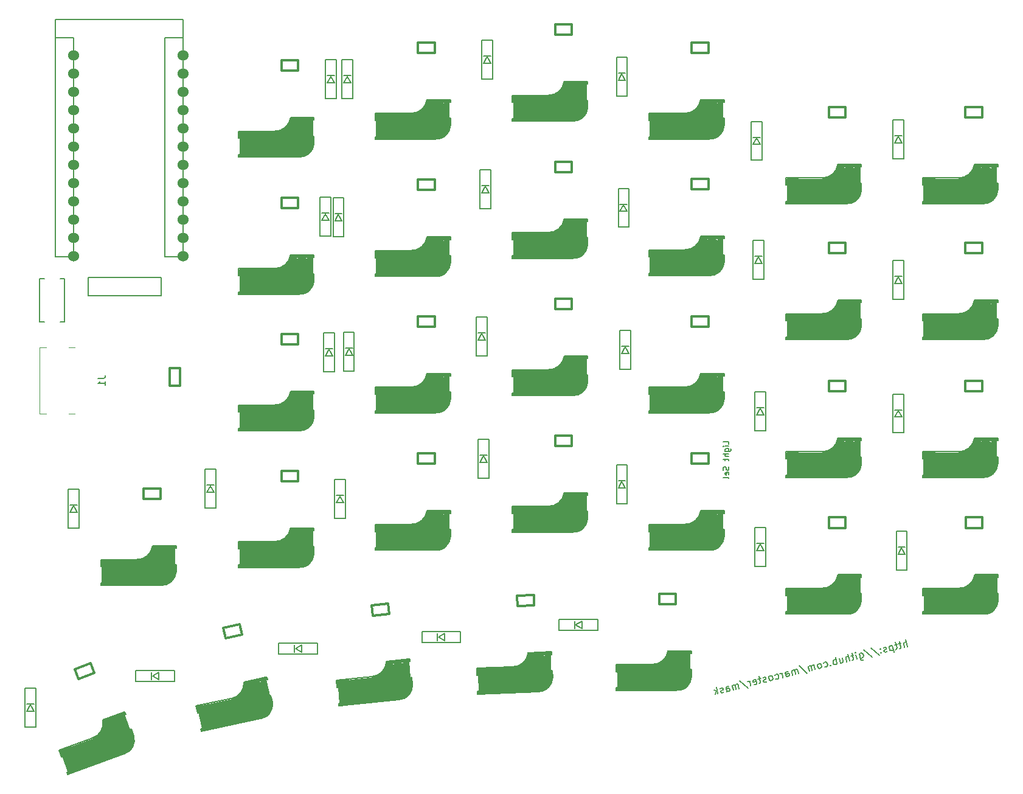
<source format=gbo>
G04 #@! TF.GenerationSoftware,KiCad,Pcbnew,(6.0.8)*
G04 #@! TF.CreationDate,2022-10-04T22:09:12+02:00*
G04 #@! TF.ProjectId,SofleKeyboard,536f666c-654b-4657-9962-6f6172642e6b,rev?*
G04 #@! TF.SameCoordinates,Original*
G04 #@! TF.FileFunction,Legend,Bot*
G04 #@! TF.FilePolarity,Positive*
%FSLAX46Y46*%
G04 Gerber Fmt 4.6, Leading zero omitted, Abs format (unit mm)*
G04 Created by KiCad (PCBNEW (6.0.8)) date 2022-10-04 22:09:12*
%MOMM*%
%LPD*%
G01*
G04 APERTURE LIST*
%ADD10C,0.150000*%
%ADD11C,0.300000*%
%ADD12C,0.400000*%
%ADD13C,1.000000*%
%ADD14C,0.500000*%
%ADD15C,3.500000*%
%ADD16C,3.000000*%
%ADD17C,0.800000*%
%ADD18C,0.120000*%
%ADD19C,1.524000*%
G04 APERTURE END LIST*
D10*
X184151904Y-96566666D02*
X184151904Y-96185714D01*
X183351904Y-96185714D01*
X184151904Y-96833333D02*
X183618571Y-96833333D01*
X183351904Y-96833333D02*
X183390000Y-96795238D01*
X183428095Y-96833333D01*
X183390000Y-96871428D01*
X183351904Y-96833333D01*
X183428095Y-96833333D01*
X183618571Y-97557142D02*
X184266190Y-97557142D01*
X184342380Y-97519047D01*
X184380476Y-97480952D01*
X184418571Y-97404761D01*
X184418571Y-97290476D01*
X184380476Y-97214285D01*
X184113809Y-97557142D02*
X184151904Y-97480952D01*
X184151904Y-97328571D01*
X184113809Y-97252380D01*
X184075714Y-97214285D01*
X183999523Y-97176190D01*
X183770952Y-97176190D01*
X183694761Y-97214285D01*
X183656666Y-97252380D01*
X183618571Y-97328571D01*
X183618571Y-97480952D01*
X183656666Y-97557142D01*
X184151904Y-97938095D02*
X183351904Y-97938095D01*
X184151904Y-98280952D02*
X183732857Y-98280952D01*
X183656666Y-98242857D01*
X183618571Y-98166666D01*
X183618571Y-98052380D01*
X183656666Y-97976190D01*
X183694761Y-97938095D01*
X183618571Y-98547619D02*
X183618571Y-98852380D01*
X183351904Y-98661904D02*
X184037619Y-98661904D01*
X184113809Y-98700000D01*
X184151904Y-98776190D01*
X184151904Y-98852380D01*
X184113809Y-99690476D02*
X184151904Y-99804761D01*
X184151904Y-99995238D01*
X184113809Y-100071428D01*
X184075714Y-100109523D01*
X183999523Y-100147619D01*
X183923333Y-100147619D01*
X183847142Y-100109523D01*
X183809047Y-100071428D01*
X183770952Y-99995238D01*
X183732857Y-99842857D01*
X183694761Y-99766666D01*
X183656666Y-99728571D01*
X183580476Y-99690476D01*
X183504285Y-99690476D01*
X183428095Y-99728571D01*
X183390000Y-99766666D01*
X183351904Y-99842857D01*
X183351904Y-100033333D01*
X183390000Y-100147619D01*
X184113809Y-100795238D02*
X184151904Y-100719047D01*
X184151904Y-100566666D01*
X184113809Y-100490476D01*
X184037619Y-100452380D01*
X183732857Y-100452380D01*
X183656666Y-100490476D01*
X183618571Y-100566666D01*
X183618571Y-100719047D01*
X183656666Y-100795238D01*
X183732857Y-100833333D01*
X183809047Y-100833333D01*
X183885238Y-100452380D01*
X184151904Y-101290476D02*
X184113809Y-101214285D01*
X184037619Y-101176190D01*
X183351904Y-101176190D01*
X209012558Y-124709637D02*
X208770636Y-123739341D01*
X208596717Y-124813318D02*
X208469996Y-124305067D01*
X208493160Y-124201138D01*
X208574049Y-124131893D01*
X208712663Y-124097333D01*
X208816592Y-124120498D01*
X208874317Y-124155182D01*
X208112004Y-124247094D02*
X207742367Y-124339255D01*
X207892749Y-123958223D02*
X208100111Y-124789905D01*
X208076946Y-124893834D01*
X207996057Y-124963079D01*
X207903648Y-124986119D01*
X207557549Y-124385335D02*
X207187912Y-124477496D01*
X207338295Y-124096464D02*
X207545656Y-124928146D01*
X207522492Y-125032075D01*
X207441603Y-125101320D01*
X207349194Y-125124360D01*
X206864480Y-124558137D02*
X207106402Y-125528433D01*
X206876001Y-124604341D02*
X206772071Y-124581177D01*
X206587253Y-124627257D01*
X206506364Y-124696502D01*
X206471680Y-124754227D01*
X206448515Y-124858156D01*
X206517636Y-125135383D01*
X206586881Y-125216272D01*
X206644605Y-125250957D01*
X206748534Y-125274121D01*
X206933353Y-125228041D01*
X207014242Y-125158796D01*
X206182560Y-125366158D02*
X206101671Y-125435402D01*
X205916852Y-125481483D01*
X205812923Y-125458318D01*
X205743678Y-125377429D01*
X205732158Y-125331225D01*
X205755323Y-125227296D01*
X205836212Y-125158051D01*
X205974825Y-125123491D01*
X206055714Y-125054246D01*
X206078879Y-124950317D01*
X206067359Y-124904112D01*
X205998114Y-124823223D01*
X205894185Y-124800059D01*
X205755571Y-124834619D01*
X205674682Y-124903864D01*
X205339357Y-125527315D02*
X205304673Y-125585039D01*
X205362398Y-125619724D01*
X205397082Y-125561999D01*
X205339357Y-125527315D01*
X205362398Y-125619724D01*
X205212636Y-125019065D02*
X205177952Y-125076789D01*
X205235677Y-125111474D01*
X205270361Y-125053749D01*
X205212636Y-125019065D01*
X205235677Y-125111474D01*
X203953842Y-124891226D02*
X205096566Y-125931387D01*
X202937341Y-125144668D02*
X204080066Y-126184829D01*
X202290229Y-125698626D02*
X202486071Y-126484103D01*
X202555315Y-126564992D01*
X202613040Y-126599677D01*
X202716969Y-126622841D01*
X202855583Y-126588281D01*
X202936472Y-126519036D01*
X202439990Y-126299285D02*
X202543920Y-126322449D01*
X202728738Y-126276369D01*
X202809627Y-126207124D01*
X202844311Y-126149400D01*
X202867476Y-126045470D01*
X202798355Y-125768243D01*
X202729110Y-125687354D01*
X202671386Y-125652670D01*
X202567457Y-125629505D01*
X202382638Y-125675586D01*
X202301749Y-125744830D01*
X201989465Y-126460690D02*
X201828184Y-125813827D01*
X201747543Y-125490395D02*
X201805268Y-125525079D01*
X201770583Y-125582804D01*
X201712858Y-125548119D01*
X201747543Y-125490395D01*
X201770583Y-125582804D01*
X201504752Y-125894467D02*
X201135115Y-125986628D01*
X201285497Y-125605596D02*
X201492859Y-126437278D01*
X201469695Y-126541207D01*
X201388806Y-126610452D01*
X201296396Y-126633492D01*
X200972965Y-126714132D02*
X200731043Y-125743837D01*
X200557124Y-126817813D02*
X200430403Y-126309563D01*
X200453567Y-126205634D01*
X200534456Y-126136389D01*
X200673070Y-126101829D01*
X200776999Y-126124993D01*
X200834723Y-126159678D01*
X199517956Y-126389831D02*
X199679237Y-127036695D01*
X199933797Y-126286150D02*
X200060518Y-126794400D01*
X200037353Y-126898330D01*
X199956464Y-126967574D01*
X199817851Y-127002135D01*
X199713921Y-126978970D01*
X199656197Y-126944286D01*
X199217191Y-127151896D02*
X198975269Y-126181600D01*
X199067430Y-126551237D02*
X198963501Y-126528072D01*
X198778683Y-126574153D01*
X198697794Y-126643397D01*
X198663109Y-126701122D01*
X198639945Y-126805051D01*
X198709065Y-127082279D01*
X198778310Y-127163168D01*
X198836035Y-127197852D01*
X198939964Y-127221016D01*
X199124782Y-127174936D01*
X199205671Y-127105691D01*
X198316265Y-127278368D02*
X198281580Y-127336093D01*
X198339305Y-127370778D01*
X198373989Y-127313053D01*
X198316265Y-127278368D01*
X198339305Y-127370778D01*
X197449898Y-127543455D02*
X197553827Y-127566619D01*
X197738645Y-127520539D01*
X197819535Y-127451294D01*
X197854219Y-127393569D01*
X197877383Y-127289640D01*
X197808263Y-127012413D01*
X197739018Y-126931524D01*
X197681293Y-126896839D01*
X197577364Y-126873675D01*
X197392546Y-126919755D01*
X197311657Y-126989000D01*
X196906963Y-127727900D02*
X196987852Y-127658656D01*
X197022537Y-127600931D01*
X197045701Y-127497002D01*
X196976581Y-127219774D01*
X196907336Y-127138885D01*
X196849611Y-127104201D01*
X196745682Y-127081037D01*
X196607068Y-127115597D01*
X196526179Y-127184842D01*
X196491495Y-127242566D01*
X196468331Y-127346495D01*
X196537451Y-127623723D01*
X196606696Y-127704612D01*
X196664421Y-127739296D01*
X196768350Y-127762461D01*
X196906963Y-127727900D01*
X196167690Y-127912222D02*
X196006409Y-127265358D01*
X196029449Y-127357767D02*
X195971725Y-127323083D01*
X195867796Y-127299918D01*
X195729182Y-127334479D01*
X195648293Y-127403723D01*
X195625128Y-127507652D01*
X195751849Y-128015903D01*
X195625128Y-127507652D02*
X195555884Y-127426763D01*
X195451955Y-127403599D01*
X195313341Y-127438159D01*
X195232452Y-127507404D01*
X195209287Y-127611333D01*
X195336008Y-128119583D01*
X193927453Y-127391085D02*
X195070177Y-128431247D01*
X193857463Y-128488226D02*
X193696181Y-127841363D01*
X193719221Y-127933772D02*
X193661497Y-127899087D01*
X193557568Y-127875923D01*
X193418954Y-127910483D01*
X193338065Y-127979728D01*
X193314901Y-128083657D01*
X193441622Y-128591907D01*
X193314901Y-128083657D02*
X193245656Y-128002768D01*
X193141727Y-127979604D01*
X193003113Y-128014164D01*
X192922224Y-128083409D01*
X192899060Y-128187338D01*
X193025781Y-128695588D01*
X192147894Y-128914470D02*
X192021173Y-128406220D01*
X192044337Y-128302290D01*
X192125226Y-128233046D01*
X192310045Y-128186965D01*
X192413974Y-128210130D01*
X192136374Y-128868265D02*
X192240303Y-128891429D01*
X192471326Y-128833829D01*
X192552215Y-128764584D01*
X192575379Y-128660655D01*
X192552339Y-128568246D01*
X192483094Y-128487357D01*
X192379165Y-128464193D01*
X192148142Y-128521793D01*
X192044213Y-128498629D01*
X191685848Y-129029671D02*
X191524567Y-128382807D01*
X191570647Y-128567625D02*
X191501403Y-128486736D01*
X191443678Y-128452051D01*
X191339749Y-128428887D01*
X191247340Y-128451927D01*
X190657828Y-129236908D02*
X190761757Y-129260072D01*
X190946575Y-129213992D01*
X191027464Y-129144747D01*
X191062149Y-129087023D01*
X191085313Y-128983093D01*
X191016193Y-128705866D01*
X190946948Y-128624977D01*
X190889223Y-128590293D01*
X190785294Y-128567128D01*
X190600476Y-128613209D01*
X190519587Y-128682453D01*
X190114893Y-129421354D02*
X190195782Y-129352109D01*
X190230467Y-129294384D01*
X190253631Y-129190455D01*
X190184511Y-128913228D01*
X190115266Y-128832339D01*
X190057541Y-128797654D01*
X189953612Y-128774490D01*
X189814998Y-128809050D01*
X189734109Y-128878295D01*
X189699425Y-128936019D01*
X189676261Y-129039949D01*
X189745381Y-129317176D01*
X189814626Y-129398065D01*
X189872350Y-129432750D01*
X189976280Y-129455914D01*
X190114893Y-129421354D01*
X189410305Y-129547950D02*
X189329416Y-129617195D01*
X189144598Y-129663276D01*
X189040668Y-129640111D01*
X188971424Y-129559222D01*
X188959904Y-129513018D01*
X188983068Y-129409088D01*
X189063957Y-129339844D01*
X189202571Y-129305283D01*
X189283460Y-129236039D01*
X189306624Y-129132109D01*
X189295104Y-129085905D01*
X189225859Y-129005016D01*
X189121930Y-128981851D01*
X188983316Y-129016412D01*
X188902427Y-129085656D01*
X188567475Y-129120093D02*
X188197839Y-129212253D01*
X188348221Y-128831221D02*
X188555583Y-129662903D01*
X188532418Y-129766832D01*
X188451529Y-129836077D01*
X188359120Y-129859117D01*
X187654532Y-129985714D02*
X187758461Y-130008878D01*
X187943279Y-129962798D01*
X188024168Y-129893553D01*
X188047333Y-129789624D01*
X187955172Y-129419987D01*
X187885927Y-129339098D01*
X187781998Y-129315934D01*
X187597180Y-129362014D01*
X187516291Y-129431259D01*
X187493126Y-129535188D01*
X187516166Y-129627597D01*
X188001252Y-129604806D01*
X187204006Y-130147119D02*
X187042725Y-129500256D01*
X187088805Y-129685074D02*
X187019561Y-129604185D01*
X186961836Y-129569500D01*
X186857907Y-129546336D01*
X186765498Y-129569376D01*
X185656837Y-129453182D02*
X186799561Y-130493343D01*
X185586847Y-130550322D02*
X185425565Y-129903459D01*
X185448606Y-129995868D02*
X185390881Y-129961183D01*
X185286952Y-129938019D01*
X185148338Y-129972579D01*
X185067449Y-130041824D01*
X185044285Y-130145753D01*
X185171006Y-130654003D01*
X185044285Y-130145753D02*
X184975040Y-130064864D01*
X184871111Y-130041700D01*
X184732497Y-130076260D01*
X184651608Y-130145505D01*
X184628444Y-130249434D01*
X184755165Y-130757684D01*
X183877278Y-130976566D02*
X183750557Y-130468316D01*
X183773721Y-130364386D01*
X183854610Y-130295142D01*
X184039429Y-130249061D01*
X184143358Y-130272226D01*
X183865758Y-130930361D02*
X183969687Y-130953526D01*
X184200710Y-130895925D01*
X184281599Y-130826680D01*
X184304763Y-130722751D01*
X184281723Y-130630342D01*
X184212478Y-130549453D01*
X184108549Y-130526289D01*
X183877526Y-130583889D01*
X183773597Y-130560725D01*
X183449917Y-131034042D02*
X183369028Y-131103287D01*
X183184210Y-131149367D01*
X183080280Y-131126203D01*
X183011036Y-131045314D01*
X182999516Y-130999109D01*
X183022680Y-130895180D01*
X183103569Y-130825935D01*
X183242183Y-130791375D01*
X183323072Y-130722130D01*
X183346236Y-130618201D01*
X183334716Y-130571996D01*
X183265471Y-130491107D01*
X183161542Y-130467943D01*
X183022928Y-130502503D01*
X182942039Y-130571748D01*
X182629755Y-131287608D02*
X182387833Y-130317313D01*
X182445185Y-130941012D02*
X182260118Y-131379769D01*
X182098837Y-130732905D02*
X182560634Y-131010381D01*
X96352380Y-87366666D02*
X97066666Y-87366666D01*
X97209523Y-87319047D01*
X97304761Y-87223809D01*
X97352380Y-87080952D01*
X97352380Y-86985714D01*
X97352380Y-88366666D02*
X97352380Y-87795238D01*
X97352380Y-88080952D02*
X96352380Y-88080952D01*
X96495238Y-87985714D01*
X96590476Y-87890476D01*
X96638095Y-87795238D01*
X105640000Y-70440000D02*
X105640000Y-39960000D01*
X92940000Y-39960000D02*
X92940000Y-70440000D01*
X90400000Y-39960000D02*
X92940000Y-39960000D01*
X108180000Y-70440000D02*
X105640000Y-70440000D01*
X90400000Y-70440000D02*
X90400000Y-37420000D01*
X92940000Y-70440000D02*
X90400000Y-70440000D01*
X90400000Y-37420000D02*
X108180000Y-37420000D01*
X105640000Y-39960000D02*
X108180000Y-39960000D01*
X108180000Y-37420000D02*
X108180000Y-70440000D01*
X108180000Y-39960000D02*
X108180000Y-70440000D01*
X90400000Y-70440000D02*
X90400000Y-39960000D01*
X91700000Y-73500000D02*
X91100000Y-73500000D01*
X88200000Y-79500000D02*
X88200000Y-73600000D01*
X88200000Y-79500000D02*
X88200000Y-73500000D01*
X88200000Y-73500000D02*
X88900000Y-73500000D01*
X88200000Y-79500000D02*
X88900000Y-79500000D01*
X91700000Y-73500000D02*
X91700000Y-79500000D01*
X91700000Y-79500000D02*
X91100000Y-79500000D01*
X129500000Y-43075000D02*
X128000000Y-43075000D01*
X128750000Y-45375000D02*
X129250000Y-46275000D01*
X128250000Y-46275000D02*
X128750000Y-45375000D01*
X128000000Y-48475000D02*
X129500000Y-48475000D01*
X129250000Y-45275000D02*
X128250000Y-45275000D01*
X129500000Y-48475000D02*
X129500000Y-43075000D01*
X128000000Y-43075000D02*
X128000000Y-48475000D01*
X129250000Y-46275000D02*
X128250000Y-46275000D01*
X131000000Y-45380500D02*
X131500000Y-46280500D01*
X130250000Y-48480500D02*
X131750000Y-48480500D01*
X131500000Y-46280500D02*
X130500000Y-46280500D01*
X130250000Y-43080500D02*
X130250000Y-48480500D01*
X131750000Y-43080500D02*
X130250000Y-43080500D01*
X131750000Y-48480500D02*
X131750000Y-43080500D01*
X130500000Y-46280500D02*
X131000000Y-45380500D01*
X131500000Y-45280500D02*
X130500000Y-45280500D01*
X151250000Y-40340000D02*
X149750000Y-40340000D01*
X149750000Y-45740000D02*
X151250000Y-45740000D01*
X150500000Y-42640000D02*
X151000000Y-43540000D01*
X151000000Y-42540000D02*
X150000000Y-42540000D01*
X151250000Y-45740000D02*
X151250000Y-40340000D01*
X150000000Y-43540000D02*
X150500000Y-42640000D01*
X151000000Y-43540000D02*
X150000000Y-43540000D01*
X149750000Y-40340000D02*
X149750000Y-45740000D01*
X168500000Y-48125000D02*
X170000000Y-48125000D01*
X168500000Y-42725000D02*
X168500000Y-48125000D01*
X170000000Y-42725000D02*
X168500000Y-42725000D01*
X169750000Y-44925000D02*
X168750000Y-44925000D01*
X169250000Y-45025000D02*
X169750000Y-45925000D01*
X170000000Y-48125000D02*
X170000000Y-42725000D01*
X168750000Y-45925000D02*
X169250000Y-45025000D01*
X169750000Y-45925000D02*
X168750000Y-45925000D01*
X187250000Y-51650000D02*
X187250000Y-57050000D01*
X188750000Y-57050000D02*
X188750000Y-51650000D01*
X187500000Y-54850000D02*
X188000000Y-53950000D01*
X188500000Y-53850000D02*
X187500000Y-53850000D01*
X188750000Y-51650000D02*
X187250000Y-51650000D01*
X187250000Y-57050000D02*
X188750000Y-57050000D01*
X188500000Y-54850000D02*
X187500000Y-54850000D01*
X188000000Y-53950000D02*
X188500000Y-54850000D01*
X207750000Y-53725000D02*
X208250000Y-54625000D01*
X207250000Y-54625000D02*
X207750000Y-53725000D01*
X208250000Y-53625000D02*
X207250000Y-53625000D01*
X208250000Y-54625000D02*
X207250000Y-54625000D01*
X208500000Y-56825000D02*
X208500000Y-51425000D01*
X208500000Y-51425000D02*
X207000000Y-51425000D01*
X207000000Y-56825000D02*
X208500000Y-56825000D01*
X207000000Y-51425000D02*
X207000000Y-56825000D01*
X128750000Y-62215000D02*
X127250000Y-62215000D01*
X128500000Y-64415000D02*
X127500000Y-64415000D01*
X127250000Y-62215000D02*
X127250000Y-67615000D01*
X128500000Y-65415000D02*
X127500000Y-65415000D01*
X128000000Y-64515000D02*
X128500000Y-65415000D01*
X127500000Y-65415000D02*
X128000000Y-64515000D01*
X128750000Y-67615000D02*
X128750000Y-62215000D01*
X127250000Y-67615000D02*
X128750000Y-67615000D01*
X129050000Y-62240000D02*
X129050000Y-67640000D01*
X129800000Y-64540000D02*
X130300000Y-65440000D01*
X129300000Y-65440000D02*
X129800000Y-64540000D01*
X129050000Y-67640000D02*
X130550000Y-67640000D01*
X130300000Y-65440000D02*
X129300000Y-65440000D01*
X130550000Y-67640000D02*
X130550000Y-62240000D01*
X130550000Y-62240000D02*
X129050000Y-62240000D01*
X130300000Y-64440000D02*
X129300000Y-64440000D01*
X150750000Y-60565000D02*
X149750000Y-60565000D01*
X149500000Y-63765000D02*
X151000000Y-63765000D01*
X149750000Y-61565000D02*
X150250000Y-60665000D01*
X151000000Y-58365000D02*
X149500000Y-58365000D01*
X150250000Y-60665000D02*
X150750000Y-61565000D01*
X151000000Y-63765000D02*
X151000000Y-58365000D01*
X150750000Y-61565000D02*
X149750000Y-61565000D01*
X149500000Y-58365000D02*
X149500000Y-63765000D01*
X169000000Y-64150000D02*
X169500000Y-63250000D01*
X170250000Y-60950000D02*
X168750000Y-60950000D01*
X169500000Y-63250000D02*
X170000000Y-64150000D01*
X170250000Y-66350000D02*
X170250000Y-60950000D01*
X170000000Y-63150000D02*
X169000000Y-63150000D01*
X168750000Y-66350000D02*
X170250000Y-66350000D01*
X168750000Y-60950000D02*
X168750000Y-66350000D01*
X170000000Y-64150000D02*
X169000000Y-64150000D01*
X187750000Y-71375000D02*
X188250000Y-70475000D01*
X188750000Y-71375000D02*
X187750000Y-71375000D01*
X187500000Y-73575000D02*
X189000000Y-73575000D01*
X188250000Y-70475000D02*
X188750000Y-71375000D01*
X189000000Y-73575000D02*
X189000000Y-68175000D01*
X188750000Y-70375000D02*
X187750000Y-70375000D01*
X189000000Y-68175000D02*
X187500000Y-68175000D01*
X187500000Y-68175000D02*
X187500000Y-73575000D01*
X207750000Y-73275000D02*
X208250000Y-74175000D01*
X207000000Y-76375000D02*
X208500000Y-76375000D01*
X208250000Y-73175000D02*
X207250000Y-73175000D01*
X208500000Y-70975000D02*
X207000000Y-70975000D01*
X207000000Y-70975000D02*
X207000000Y-76375000D01*
X207250000Y-74175000D02*
X207750000Y-73275000D01*
X208500000Y-76375000D02*
X208500000Y-70975000D01*
X208250000Y-74175000D02*
X207250000Y-74175000D01*
X129250000Y-86475000D02*
X129250000Y-81075000D01*
X128500000Y-83375000D02*
X129000000Y-84275000D01*
X128000000Y-84275000D02*
X128500000Y-83375000D01*
X129000000Y-83275000D02*
X128000000Y-83275000D01*
X129250000Y-81075000D02*
X127750000Y-81075000D01*
X129000000Y-84275000D02*
X128000000Y-84275000D01*
X127750000Y-86475000D02*
X129250000Y-86475000D01*
X127750000Y-81075000D02*
X127750000Y-86475000D01*
X132000000Y-86375000D02*
X132000000Y-80975000D01*
X130750000Y-84175000D02*
X131250000Y-83275000D01*
X130500000Y-80975000D02*
X130500000Y-86375000D01*
X132000000Y-80975000D02*
X130500000Y-80975000D01*
X131750000Y-83175000D02*
X130750000Y-83175000D01*
X130500000Y-86375000D02*
X132000000Y-86375000D01*
X131750000Y-84175000D02*
X130750000Y-84175000D01*
X131250000Y-83275000D02*
X131750000Y-84175000D01*
X149750000Y-81165000D02*
X150250000Y-82065000D01*
X150250000Y-82065000D02*
X149250000Y-82065000D01*
X149000000Y-78865000D02*
X149000000Y-84265000D01*
X149000000Y-84265000D02*
X150500000Y-84265000D01*
X150250000Y-81065000D02*
X149250000Y-81065000D01*
X150500000Y-84265000D02*
X150500000Y-78865000D01*
X150500000Y-78865000D02*
X149000000Y-78865000D01*
X149250000Y-82065000D02*
X149750000Y-81165000D01*
X170225000Y-82925000D02*
X169225000Y-82925000D01*
X170475000Y-86125000D02*
X170475000Y-80725000D01*
X169725000Y-83025000D02*
X170225000Y-83925000D01*
X168975000Y-80725000D02*
X168975000Y-86125000D01*
X170225000Y-83925000D02*
X169225000Y-83925000D01*
X168975000Y-86125000D02*
X170475000Y-86125000D01*
X169225000Y-83925000D02*
X169725000Y-83025000D01*
X170475000Y-80725000D02*
X168975000Y-80725000D01*
X187750000Y-89275000D02*
X187750000Y-94675000D01*
X189250000Y-94675000D02*
X189250000Y-89275000D01*
X187750000Y-94675000D02*
X189250000Y-94675000D01*
X188000000Y-92475000D02*
X188500000Y-91575000D01*
X188500000Y-91575000D02*
X189000000Y-92475000D01*
X189000000Y-92475000D02*
X188000000Y-92475000D01*
X189000000Y-91475000D02*
X188000000Y-91475000D01*
X189250000Y-89275000D02*
X187750000Y-89275000D01*
X208500000Y-94975000D02*
X208500000Y-89575000D01*
X207750000Y-91875000D02*
X208250000Y-92775000D01*
X208250000Y-91775000D02*
X207250000Y-91775000D01*
X207250000Y-92775000D02*
X207750000Y-91875000D01*
X207000000Y-89575000D02*
X207000000Y-94975000D01*
X208500000Y-89575000D02*
X207000000Y-89575000D01*
X208250000Y-92775000D02*
X207250000Y-92775000D01*
X207000000Y-94975000D02*
X208500000Y-94975000D01*
X112750000Y-100050000D02*
X111250000Y-100050000D01*
X112500000Y-103250000D02*
X111500000Y-103250000D01*
X112750000Y-105450000D02*
X112750000Y-100050000D01*
X111500000Y-103250000D02*
X112000000Y-102350000D01*
X111250000Y-100050000D02*
X111250000Y-105450000D01*
X111250000Y-105450000D02*
X112750000Y-105450000D01*
X112000000Y-102350000D02*
X112500000Y-103250000D01*
X112500000Y-102250000D02*
X111500000Y-102250000D01*
X130750000Y-106900000D02*
X130750000Y-101500000D01*
X129250000Y-101500000D02*
X129250000Y-106900000D01*
X130500000Y-104700000D02*
X129500000Y-104700000D01*
X130000000Y-103800000D02*
X130500000Y-104700000D01*
X129500000Y-104700000D02*
X130000000Y-103800000D01*
X130750000Y-101500000D02*
X129250000Y-101500000D01*
X129250000Y-106900000D02*
X130750000Y-106900000D01*
X130500000Y-103700000D02*
X129500000Y-103700000D01*
X150500000Y-99065000D02*
X149500000Y-99065000D01*
X149250000Y-101265000D02*
X150750000Y-101265000D01*
X149500000Y-99065000D02*
X150000000Y-98165000D01*
X150750000Y-95865000D02*
X149250000Y-95865000D01*
X150000000Y-98165000D02*
X150500000Y-99065000D01*
X150750000Y-101265000D02*
X150750000Y-95865000D01*
X150500000Y-98065000D02*
X149500000Y-98065000D01*
X149250000Y-95865000D02*
X149250000Y-101265000D01*
X168750000Y-102650000D02*
X169250000Y-101750000D01*
X168500000Y-99450000D02*
X168500000Y-104850000D01*
X169250000Y-101750000D02*
X169750000Y-102650000D01*
X170000000Y-104850000D02*
X170000000Y-99450000D01*
X169750000Y-101650000D02*
X168750000Y-101650000D01*
X168500000Y-104850000D02*
X170000000Y-104850000D01*
X169750000Y-102650000D02*
X168750000Y-102650000D01*
X170000000Y-99450000D02*
X168500000Y-99450000D01*
X189250000Y-108150000D02*
X187750000Y-108150000D01*
X188500000Y-110450000D02*
X189000000Y-111350000D01*
X187750000Y-108150000D02*
X187750000Y-113550000D01*
X189250000Y-113550000D02*
X189250000Y-108150000D01*
X189000000Y-110350000D02*
X188000000Y-110350000D01*
X189000000Y-111350000D02*
X188000000Y-111350000D01*
X187750000Y-113550000D02*
X189250000Y-113550000D01*
X188000000Y-111350000D02*
X188500000Y-110450000D01*
X207450000Y-114075000D02*
X208950000Y-114075000D01*
X207450000Y-108675000D02*
X207450000Y-114075000D01*
X208700000Y-111875000D02*
X207700000Y-111875000D01*
X208950000Y-108675000D02*
X207450000Y-108675000D01*
X208200000Y-110975000D02*
X208700000Y-111875000D01*
X208950000Y-114075000D02*
X208950000Y-108675000D01*
X207700000Y-111875000D02*
X208200000Y-110975000D01*
X208700000Y-110875000D02*
X207700000Y-110875000D01*
X92400000Y-106000000D02*
X92900000Y-105100000D01*
X93650000Y-108200000D02*
X93650000Y-102800000D01*
X92150000Y-108200000D02*
X93650000Y-108200000D01*
X93650000Y-102800000D02*
X92150000Y-102800000D01*
X93400000Y-106000000D02*
X92400000Y-106000000D01*
X93400000Y-105000000D02*
X92400000Y-105000000D01*
X92150000Y-102800000D02*
X92150000Y-108200000D01*
X92900000Y-105100000D02*
X93400000Y-106000000D01*
X86150000Y-135900000D02*
X87650000Y-135900000D01*
X87650000Y-135900000D02*
X87650000Y-130500000D01*
X87650000Y-130500000D02*
X86150000Y-130500000D01*
X86150000Y-130500000D02*
X86150000Y-135900000D01*
X87400000Y-132700000D02*
X86400000Y-132700000D01*
X86900000Y-132800000D02*
X87400000Y-133700000D01*
X87400000Y-133700000D02*
X86400000Y-133700000D01*
X86400000Y-133700000D02*
X86900000Y-132800000D01*
X107000000Y-128050000D02*
X101600000Y-128050000D01*
X104800000Y-129300000D02*
X103900000Y-128800000D01*
X104800000Y-128300000D02*
X104800000Y-129300000D01*
X103800000Y-128300000D02*
X103800000Y-129300000D01*
X101600000Y-129550000D02*
X107000000Y-129550000D01*
X101600000Y-128050000D02*
X101600000Y-129550000D01*
X107000000Y-129550000D02*
X107000000Y-128050000D01*
X103900000Y-128800000D02*
X104800000Y-128300000D01*
X121500000Y-124250000D02*
X121500000Y-125750000D01*
X126900000Y-125750000D02*
X126900000Y-124250000D01*
X126900000Y-124250000D02*
X121500000Y-124250000D01*
X123700000Y-124500000D02*
X123700000Y-125500000D01*
X121500000Y-125750000D02*
X126900000Y-125750000D01*
X124700000Y-124500000D02*
X124700000Y-125500000D01*
X123800000Y-125000000D02*
X124700000Y-124500000D01*
X124700000Y-125500000D02*
X123800000Y-125000000D01*
X144600000Y-123900000D02*
X143700000Y-123400000D01*
X143600000Y-122900000D02*
X143600000Y-123900000D01*
X146800000Y-122650000D02*
X141400000Y-122650000D01*
X144600000Y-122900000D02*
X144600000Y-123900000D01*
X141400000Y-124150000D02*
X146800000Y-124150000D01*
X143700000Y-123400000D02*
X144600000Y-122900000D01*
X141400000Y-122650000D02*
X141400000Y-124150000D01*
X146800000Y-124150000D02*
X146800000Y-122650000D01*
X126200000Y-51460000D02*
X126400000Y-51460000D01*
X126400000Y-51100000D02*
X126400000Y-51460000D01*
X115900000Y-56600000D02*
X124300001Y-56600000D01*
X126400000Y-51100000D02*
X123120000Y-51100000D01*
D11*
X121870600Y-43150000D02*
X124200000Y-43150000D01*
D12*
X116100000Y-53900000D02*
X116100000Y-53200000D01*
D10*
X126400000Y-53700000D02*
X126200000Y-53700000D01*
X116100000Y-56250000D02*
X115900000Y-56250000D01*
D11*
X121870600Y-44600000D02*
X121870600Y-43150000D01*
X124200000Y-43150000D02*
X124200000Y-44600000D01*
D13*
X116600000Y-56000000D02*
X116600000Y-53500000D01*
D10*
X115900000Y-56250000D02*
X115900000Y-56600000D01*
D11*
X126300000Y-53800001D02*
X126300000Y-54700000D01*
D14*
X116200000Y-53300000D02*
X117600000Y-53300000D01*
X126200000Y-51300000D02*
X123500000Y-51300000D01*
D10*
X120900000Y-53000000D02*
X115900000Y-53000000D01*
D15*
X117900000Y-54800000D02*
X124600000Y-54800000D01*
D10*
X126400000Y-54700000D02*
X126400000Y-53700000D01*
D16*
X124670000Y-55100000D02*
X124670000Y-52860000D01*
D12*
X116100000Y-56400000D02*
X117500000Y-56400000D01*
D10*
X115900000Y-53000000D02*
X115900000Y-54000000D01*
X115900000Y-54000000D02*
X116100000Y-54000000D01*
X116120000Y-54000000D02*
X116120000Y-56250000D01*
D17*
X125800000Y-51600000D02*
X125800000Y-53399999D01*
D10*
X126170000Y-53700000D02*
X126170000Y-51460000D01*
D11*
X124200000Y-44600000D02*
X121870600Y-44600000D01*
D13*
X121300000Y-53400000D02*
G75*
G03*
X123516318Y-51521471I65001J2169999D01*
G01*
D10*
X124300001Y-56600001D02*
G75*
G03*
X126400000Y-54699999I100000J1999999D01*
G01*
X120900000Y-53000000D02*
G75*
G03*
X123116318Y-51121471I65001J2169999D01*
G01*
X145400000Y-48600000D02*
X145400000Y-48960000D01*
X145170000Y-51200000D02*
X145170000Y-48960000D01*
D14*
X145200000Y-48800000D02*
X142500000Y-48800000D01*
D10*
X134900000Y-54100000D02*
X143300001Y-54100000D01*
D12*
X135100000Y-51400000D02*
X135100000Y-50700000D01*
D11*
X145300000Y-51300001D02*
X145300000Y-52200000D01*
D10*
X145400000Y-52200000D02*
X145400000Y-51200000D01*
D11*
X143200000Y-40650000D02*
X143200000Y-42100000D01*
D10*
X134900000Y-50500000D02*
X134900000Y-51500000D01*
D16*
X143670000Y-52600000D02*
X143670000Y-50360000D01*
D13*
X135600000Y-53500000D02*
X135600000Y-51000000D01*
D10*
X139900000Y-50500000D02*
X134900000Y-50500000D01*
X145400000Y-48600000D02*
X142120000Y-48600000D01*
X145200000Y-48960000D02*
X145400000Y-48960000D01*
D17*
X144800000Y-49100000D02*
X144800000Y-50899999D01*
D10*
X135100000Y-53750000D02*
X134900000Y-53750000D01*
D12*
X135100000Y-53900000D02*
X136500000Y-53900000D01*
D10*
X134900000Y-53750000D02*
X134900000Y-54100000D01*
X145400000Y-51200000D02*
X145200000Y-51200000D01*
D14*
X135200000Y-50800000D02*
X136600000Y-50800000D01*
D11*
X140870600Y-42100000D02*
X140870600Y-40650000D01*
X143200000Y-42100000D02*
X140870600Y-42100000D01*
X140870600Y-40650000D02*
X143200000Y-40650000D01*
D10*
X135120000Y-51500000D02*
X135120000Y-53750000D01*
D15*
X136900000Y-52300000D02*
X143600000Y-52300000D01*
D10*
X134900000Y-51500000D02*
X135100000Y-51500000D01*
X139900000Y-50500000D02*
G75*
G03*
X142116318Y-48621471I65001J2169999D01*
G01*
D13*
X140300000Y-50900000D02*
G75*
G03*
X142516318Y-49021471I65001J2169999D01*
G01*
D10*
X143300001Y-54100001D02*
G75*
G03*
X145400000Y-52199999I100000J1999999D01*
G01*
X154000000Y-51250000D02*
X154000000Y-51600000D01*
X154000000Y-51600000D02*
X162400001Y-51600000D01*
D11*
X159970600Y-39600000D02*
X159970600Y-38150000D01*
D10*
X154000000Y-49000000D02*
X154200000Y-49000000D01*
D13*
X154700000Y-51000000D02*
X154700000Y-48500000D01*
D10*
X164500000Y-49700000D02*
X164500000Y-48700000D01*
X159000000Y-48000000D02*
X154000000Y-48000000D01*
D11*
X162300000Y-39600000D02*
X159970600Y-39600000D01*
D10*
X154000000Y-48000000D02*
X154000000Y-49000000D01*
D11*
X164400000Y-48800001D02*
X164400000Y-49700000D01*
D16*
X162770000Y-50100000D02*
X162770000Y-47860000D01*
D12*
X154200000Y-51400000D02*
X155600000Y-51400000D01*
D10*
X154220000Y-49000000D02*
X154220000Y-51250000D01*
D11*
X159970600Y-38150000D02*
X162300000Y-38150000D01*
D10*
X164270000Y-48700000D02*
X164270000Y-46460000D01*
D14*
X154300000Y-48300000D02*
X155700000Y-48300000D01*
D11*
X162300000Y-38150000D02*
X162300000Y-39600000D01*
D14*
X164300000Y-46300000D02*
X161600000Y-46300000D01*
D10*
X164500000Y-46100000D02*
X164500000Y-46460000D01*
D17*
X163900000Y-46600000D02*
X163900000Y-48399999D01*
D10*
X154200000Y-51250000D02*
X154000000Y-51250000D01*
X164300000Y-46460000D02*
X164500000Y-46460000D01*
X164500000Y-46100000D02*
X161220000Y-46100000D01*
X164500000Y-48700000D02*
X164300000Y-48700000D01*
D12*
X154200000Y-48900000D02*
X154200000Y-48200000D01*
D15*
X156000000Y-49800000D02*
X162700000Y-49800000D01*
D13*
X159400000Y-48400000D02*
G75*
G03*
X161616318Y-46521471I65001J2169999D01*
G01*
D10*
X159000000Y-48000000D02*
G75*
G03*
X161216318Y-46121471I65001J2169999D01*
G01*
X162400001Y-51600001D02*
G75*
G03*
X164500000Y-49699999I100000J1999999D01*
G01*
X173200000Y-53750000D02*
X173000000Y-53750000D01*
D11*
X181300000Y-42100000D02*
X178970600Y-42100000D01*
D10*
X183500000Y-48600000D02*
X183500000Y-48960000D01*
X173000000Y-54100000D02*
X181400001Y-54100000D01*
D16*
X181770000Y-52600000D02*
X181770000Y-50360000D01*
D11*
X178970600Y-42100000D02*
X178970600Y-40650000D01*
D10*
X173220000Y-51500000D02*
X173220000Y-53750000D01*
X178000000Y-50500000D02*
X173000000Y-50500000D01*
D13*
X173700000Y-53500000D02*
X173700000Y-51000000D01*
D10*
X183270000Y-51200000D02*
X183270000Y-48960000D01*
D17*
X182900000Y-49100000D02*
X182900000Y-50899999D01*
D10*
X183500000Y-52200000D02*
X183500000Y-51200000D01*
X183300000Y-48960000D02*
X183500000Y-48960000D01*
D11*
X181300000Y-40650000D02*
X181300000Y-42100000D01*
D10*
X173000000Y-50500000D02*
X173000000Y-51500000D01*
X183500000Y-51200000D02*
X183300000Y-51200000D01*
D14*
X183300000Y-48800000D02*
X180600000Y-48800000D01*
D12*
X173200000Y-51400000D02*
X173200000Y-50700000D01*
D14*
X173300000Y-50800000D02*
X174700000Y-50800000D01*
D12*
X173200000Y-53900000D02*
X174600000Y-53900000D01*
D10*
X173000000Y-53750000D02*
X173000000Y-54100000D01*
D11*
X178970600Y-40650000D02*
X181300000Y-40650000D01*
D10*
X183500000Y-48600000D02*
X180220000Y-48600000D01*
D11*
X183400000Y-51300001D02*
X183400000Y-52200000D01*
D15*
X175000000Y-52300000D02*
X181700000Y-52300000D01*
D10*
X173000000Y-51500000D02*
X173200000Y-51500000D01*
X178000000Y-50500000D02*
G75*
G03*
X180216318Y-48621471I65001J2169999D01*
G01*
D13*
X178400000Y-50900000D02*
G75*
G03*
X180616318Y-49021471I65001J2169999D01*
G01*
D10*
X181400001Y-54100001D02*
G75*
G03*
X183500000Y-52199999I100000J1999999D01*
G01*
D11*
X200400000Y-49650000D02*
X200400000Y-51100000D01*
D10*
X192300000Y-62750000D02*
X192100000Y-62750000D01*
X192100000Y-60500000D02*
X192300000Y-60500000D01*
X202600000Y-57600000D02*
X199320000Y-57600000D01*
D14*
X192400000Y-59800000D02*
X193800000Y-59800000D01*
D10*
X202600000Y-61200000D02*
X202600000Y-60200000D01*
D13*
X192800000Y-62500000D02*
X192800000Y-60000000D01*
D15*
X194100000Y-61300000D02*
X200800000Y-61300000D01*
D10*
X202600000Y-60200000D02*
X202400000Y-60200000D01*
X202600000Y-57600000D02*
X202600000Y-57960000D01*
X202370000Y-60200000D02*
X202370000Y-57960000D01*
X192320000Y-60500000D02*
X192320000Y-62750000D01*
D16*
X200870000Y-61600000D02*
X200870000Y-59360000D01*
D17*
X202000000Y-58100000D02*
X202000000Y-59899999D01*
D10*
X192100000Y-62750000D02*
X192100000Y-63100000D01*
D11*
X202500000Y-60300001D02*
X202500000Y-61200000D01*
D10*
X192100000Y-59500000D02*
X192100000Y-60500000D01*
D11*
X198070600Y-49650000D02*
X200400000Y-49650000D01*
X200400000Y-51100000D02*
X198070600Y-51100000D01*
D14*
X202400000Y-57800000D02*
X199700000Y-57800000D01*
D12*
X192300000Y-60400000D02*
X192300000Y-59700000D01*
D11*
X198070600Y-51100000D02*
X198070600Y-49650000D01*
D12*
X192300000Y-62900000D02*
X193700000Y-62900000D01*
D10*
X192100000Y-63100000D02*
X200500001Y-63100000D01*
X202400000Y-57960000D02*
X202600000Y-57960000D01*
X197100000Y-59500000D02*
X192100000Y-59500000D01*
X197100000Y-59500000D02*
G75*
G03*
X199316318Y-57621471I65001J2169999D01*
G01*
D13*
X197500000Y-59900000D02*
G75*
G03*
X199716318Y-58021471I65001J2169999D01*
G01*
D10*
X200500001Y-63100001D02*
G75*
G03*
X202600000Y-61199999I100000J1999999D01*
G01*
D14*
X126200000Y-70400000D02*
X123500000Y-70400000D01*
X116200000Y-72400000D02*
X117600000Y-72400000D01*
D10*
X120900000Y-72100000D02*
X115900000Y-72100000D01*
X115900000Y-72100000D02*
X115900000Y-73100000D01*
D13*
X116600000Y-75100000D02*
X116600000Y-72600000D01*
D11*
X124200000Y-63700000D02*
X121870600Y-63700000D01*
D10*
X116120000Y-73100000D02*
X116120000Y-75350000D01*
D11*
X124200000Y-62250000D02*
X124200000Y-63700000D01*
D10*
X126200000Y-70560000D02*
X126400000Y-70560000D01*
D11*
X126300000Y-72900001D02*
X126300000Y-73800000D01*
D10*
X126400000Y-73800000D02*
X126400000Y-72800000D01*
D15*
X117900000Y-73900000D02*
X124600000Y-73900000D01*
D10*
X115900000Y-75700000D02*
X124300001Y-75700000D01*
D12*
X116100000Y-73000000D02*
X116100000Y-72300000D01*
X116100000Y-75500000D02*
X117500000Y-75500000D01*
D16*
X124670000Y-74200000D02*
X124670000Y-71960000D01*
D10*
X115900000Y-75350000D02*
X115900000Y-75700000D01*
X126170000Y-72800000D02*
X126170000Y-70560000D01*
X126400000Y-70200000D02*
X123120000Y-70200000D01*
D11*
X121870600Y-62250000D02*
X124200000Y-62250000D01*
D10*
X116100000Y-75350000D02*
X115900000Y-75350000D01*
D11*
X121870600Y-63700000D02*
X121870600Y-62250000D01*
D10*
X126400000Y-70200000D02*
X126400000Y-70560000D01*
X126400000Y-72800000D02*
X126200000Y-72800000D01*
D17*
X125800000Y-70700000D02*
X125800000Y-72499999D01*
D10*
X115900000Y-73100000D02*
X116100000Y-73100000D01*
X124300001Y-75700001D02*
G75*
G03*
X126400000Y-73799999I100000J1999999D01*
G01*
X120900000Y-72100000D02*
G75*
G03*
X123116318Y-70221471I65001J2169999D01*
G01*
D13*
X121300000Y-72500000D02*
G75*
G03*
X123516318Y-70621471I65001J2169999D01*
G01*
D10*
X135120000Y-70600000D02*
X135120000Y-72850000D01*
D13*
X135600000Y-72600000D02*
X135600000Y-70100000D01*
D10*
X145170000Y-70300000D02*
X145170000Y-68060000D01*
X135100000Y-72850000D02*
X134900000Y-72850000D01*
X139900000Y-69600000D02*
X134900000Y-69600000D01*
X145400000Y-67700000D02*
X145400000Y-68060000D01*
D11*
X143200000Y-59750000D02*
X143200000Y-61200000D01*
D10*
X134900000Y-73200000D02*
X143300001Y-73200000D01*
D11*
X145300000Y-70400001D02*
X145300000Y-71300000D01*
D10*
X145400000Y-70300000D02*
X145200000Y-70300000D01*
X145400000Y-67700000D02*
X142120000Y-67700000D01*
D14*
X145200000Y-67900000D02*
X142500000Y-67900000D01*
D15*
X136900000Y-71400000D02*
X143600000Y-71400000D01*
D10*
X134900000Y-70600000D02*
X135100000Y-70600000D01*
X134900000Y-72850000D02*
X134900000Y-73200000D01*
D11*
X143200000Y-61200000D02*
X140870600Y-61200000D01*
D12*
X135100000Y-70500000D02*
X135100000Y-69800000D01*
D10*
X145200000Y-68060000D02*
X145400000Y-68060000D01*
D17*
X144800000Y-68200000D02*
X144800000Y-69999999D01*
D12*
X135100000Y-73000000D02*
X136500000Y-73000000D01*
D14*
X135200000Y-69900000D02*
X136600000Y-69900000D01*
D11*
X140870600Y-59750000D02*
X143200000Y-59750000D01*
D10*
X134900000Y-69600000D02*
X134900000Y-70600000D01*
D11*
X140870600Y-61200000D02*
X140870600Y-59750000D01*
D10*
X145400000Y-71300000D02*
X145400000Y-70300000D01*
D16*
X143670000Y-71700000D02*
X143670000Y-69460000D01*
D10*
X143300001Y-73200001D02*
G75*
G03*
X145400000Y-71299999I100000J1999999D01*
G01*
X139900000Y-69600000D02*
G75*
G03*
X142116318Y-67721471I65001J2169999D01*
G01*
D13*
X140300000Y-70000000D02*
G75*
G03*
X142516318Y-68121471I65001J2169999D01*
G01*
D10*
X164300000Y-65550000D02*
X164500000Y-65550000D01*
D14*
X154300000Y-67390000D02*
X155700000Y-67390000D01*
D17*
X163900000Y-65690000D02*
X163900000Y-67489999D01*
D11*
X164400000Y-67890001D02*
X164400000Y-68790000D01*
X162300000Y-58690000D02*
X159970600Y-58690000D01*
D10*
X154000000Y-70340000D02*
X154000000Y-70690000D01*
D15*
X156000000Y-68890000D02*
X162700000Y-68890000D01*
D11*
X159970600Y-58690000D02*
X159970600Y-57240000D01*
X159970600Y-57240000D02*
X162300000Y-57240000D01*
D13*
X154700000Y-70090000D02*
X154700000Y-67590000D01*
D12*
X154200000Y-67990000D02*
X154200000Y-67290000D01*
D10*
X164500000Y-65190000D02*
X164500000Y-65550000D01*
X154000000Y-67090000D02*
X154000000Y-68090000D01*
D16*
X162770000Y-69190000D02*
X162770000Y-66950000D01*
D10*
X154000000Y-70690000D02*
X162400001Y-70690000D01*
X164500000Y-68790000D02*
X164500000Y-67790000D01*
D11*
X162300000Y-57240000D02*
X162300000Y-58690000D01*
D10*
X154220000Y-68090000D02*
X154220000Y-70340000D01*
X164500000Y-67790000D02*
X164300000Y-67790000D01*
D12*
X154200000Y-70490000D02*
X155600000Y-70490000D01*
D10*
X154200000Y-70340000D02*
X154000000Y-70340000D01*
X159000000Y-67090000D02*
X154000000Y-67090000D01*
X154000000Y-68090000D02*
X154200000Y-68090000D01*
D14*
X164300000Y-65390000D02*
X161600000Y-65390000D01*
D10*
X164500000Y-65190000D02*
X161220000Y-65190000D01*
X164270000Y-67790000D02*
X164270000Y-65550000D01*
D13*
X159400000Y-67490000D02*
G75*
G03*
X161616318Y-65611471I65001J2169999D01*
G01*
D10*
X162400001Y-70690001D02*
G75*
G03*
X164500000Y-68789999I100000J1999999D01*
G01*
X159000000Y-67090000D02*
G75*
G03*
X161216318Y-65211471I65001J2169999D01*
G01*
D11*
X183400000Y-70300001D02*
X183400000Y-71200000D01*
D10*
X173000000Y-73100000D02*
X181400001Y-73100000D01*
D16*
X181770000Y-71600000D02*
X181770000Y-69360000D01*
D12*
X173200000Y-72900000D02*
X174600000Y-72900000D01*
D11*
X181300000Y-61100000D02*
X178970600Y-61100000D01*
D10*
X183500000Y-71200000D02*
X183500000Y-70200000D01*
X173220000Y-70500000D02*
X173220000Y-72750000D01*
D14*
X183300000Y-67800000D02*
X180600000Y-67800000D01*
D11*
X181300000Y-59650000D02*
X181300000Y-61100000D01*
D10*
X183500000Y-67600000D02*
X183500000Y-67960000D01*
X173200000Y-72750000D02*
X173000000Y-72750000D01*
D11*
X178970600Y-59650000D02*
X181300000Y-59650000D01*
D15*
X175000000Y-71300000D02*
X181700000Y-71300000D01*
D11*
X178970600Y-61100000D02*
X178970600Y-59650000D01*
D14*
X173300000Y-69800000D02*
X174700000Y-69800000D01*
D10*
X173000000Y-70500000D02*
X173200000Y-70500000D01*
X183500000Y-67600000D02*
X180220000Y-67600000D01*
X173000000Y-69500000D02*
X173000000Y-70500000D01*
X183300000Y-67960000D02*
X183500000Y-67960000D01*
D13*
X173700000Y-72500000D02*
X173700000Y-70000000D01*
D10*
X183270000Y-70200000D02*
X183270000Y-67960000D01*
X183500000Y-70200000D02*
X183300000Y-70200000D01*
X173000000Y-72750000D02*
X173000000Y-73100000D01*
D17*
X182900000Y-68100000D02*
X182900000Y-69899999D01*
D10*
X178000000Y-69500000D02*
X173000000Y-69500000D01*
D12*
X173200000Y-70400000D02*
X173200000Y-69700000D01*
D10*
X181400001Y-73100001D02*
G75*
G03*
X183500000Y-71199999I100000J1999999D01*
G01*
D13*
X178400000Y-69900000D02*
G75*
G03*
X180616318Y-68021471I65001J2169999D01*
G01*
D10*
X178000000Y-69500000D02*
G75*
G03*
X180216318Y-67621471I65001J2169999D01*
G01*
D14*
X202400000Y-76700000D02*
X199700000Y-76700000D01*
D10*
X202600000Y-79100000D02*
X202400000Y-79100000D01*
X202600000Y-80100000D02*
X202600000Y-79100000D01*
D11*
X200400000Y-68550000D02*
X200400000Y-70000000D01*
D10*
X192100000Y-81650000D02*
X192100000Y-82000000D01*
X202370000Y-79100000D02*
X202370000Y-76860000D01*
D11*
X200400000Y-70000000D02*
X198070600Y-70000000D01*
X202500000Y-79200001D02*
X202500000Y-80100000D01*
D10*
X202600000Y-76500000D02*
X202600000Y-76860000D01*
D15*
X194100000Y-80200000D02*
X200800000Y-80200000D01*
D10*
X192100000Y-79400000D02*
X192300000Y-79400000D01*
X192300000Y-81650000D02*
X192100000Y-81650000D01*
X202600000Y-76500000D02*
X199320000Y-76500000D01*
D11*
X198070600Y-68550000D02*
X200400000Y-68550000D01*
D10*
X202400000Y-76860000D02*
X202600000Y-76860000D01*
X192320000Y-79400000D02*
X192320000Y-81650000D01*
D12*
X192300000Y-81800000D02*
X193700000Y-81800000D01*
D17*
X202000000Y-77000000D02*
X202000000Y-78799999D01*
D16*
X200870000Y-80500000D02*
X200870000Y-78260000D01*
D14*
X192400000Y-78700000D02*
X193800000Y-78700000D01*
D10*
X197100000Y-78400000D02*
X192100000Y-78400000D01*
D12*
X192300000Y-79300000D02*
X192300000Y-78600000D01*
D11*
X198070600Y-70000000D02*
X198070600Y-68550000D01*
D13*
X192800000Y-81400000D02*
X192800000Y-78900000D01*
D10*
X192100000Y-78400000D02*
X192100000Y-79400000D01*
X192100000Y-82000000D02*
X200500001Y-82000000D01*
D13*
X197500000Y-78800000D02*
G75*
G03*
X199716318Y-76921471I65001J2169999D01*
G01*
D10*
X200500001Y-82000001D02*
G75*
G03*
X202600000Y-80099999I100000J1999999D01*
G01*
X197100000Y-78400000D02*
G75*
G03*
X199316318Y-76521471I65001J2169999D01*
G01*
D11*
X217070600Y-68550000D02*
X219400000Y-68550000D01*
D10*
X221370000Y-79100000D02*
X221370000Y-76860000D01*
D11*
X219400000Y-68550000D02*
X219400000Y-70000000D01*
D10*
X221600000Y-79100000D02*
X221400000Y-79100000D01*
X221600000Y-80100000D02*
X221600000Y-79100000D01*
D17*
X221000000Y-77000000D02*
X221000000Y-78799999D01*
D10*
X211320000Y-79400000D02*
X211320000Y-81650000D01*
X221600000Y-76500000D02*
X218320000Y-76500000D01*
X211100000Y-78400000D02*
X211100000Y-79400000D01*
D16*
X219870000Y-80500000D02*
X219870000Y-78260000D01*
D11*
X217070600Y-70000000D02*
X217070600Y-68550000D01*
D14*
X221400000Y-76700000D02*
X218700000Y-76700000D01*
D11*
X221500000Y-79200001D02*
X221500000Y-80100000D01*
D10*
X216100000Y-78400000D02*
X211100000Y-78400000D01*
X221400000Y-76860000D02*
X221600000Y-76860000D01*
D12*
X211300000Y-81800000D02*
X212700000Y-81800000D01*
D10*
X211100000Y-79400000D02*
X211300000Y-79400000D01*
X221600000Y-76500000D02*
X221600000Y-76860000D01*
D13*
X211800000Y-81400000D02*
X211800000Y-78900000D01*
D11*
X219400000Y-70000000D02*
X217070600Y-70000000D01*
D14*
X211400000Y-78700000D02*
X212800000Y-78700000D01*
D12*
X211300000Y-79300000D02*
X211300000Y-78600000D01*
D15*
X213100000Y-80200000D02*
X219800000Y-80200000D01*
D10*
X211300000Y-81650000D02*
X211100000Y-81650000D01*
X211100000Y-81650000D02*
X211100000Y-82000000D01*
X211100000Y-82000000D02*
X219500001Y-82000000D01*
X216100000Y-78400000D02*
G75*
G03*
X218316318Y-76521471I65001J2169999D01*
G01*
D13*
X216500000Y-78800000D02*
G75*
G03*
X218716318Y-76921471I65001J2169999D01*
G01*
D10*
X219500001Y-82000001D02*
G75*
G03*
X221600000Y-80099999I100000J1999999D01*
G01*
D11*
X126300000Y-91900001D02*
X126300000Y-92800000D01*
D10*
X126400000Y-91800000D02*
X126200000Y-91800000D01*
D11*
X124200000Y-82700000D02*
X121870600Y-82700000D01*
X121870600Y-81250000D02*
X124200000Y-81250000D01*
D10*
X126400000Y-89200000D02*
X123120000Y-89200000D01*
D12*
X116100000Y-92000000D02*
X116100000Y-91300000D01*
D10*
X115900000Y-91100000D02*
X115900000Y-92100000D01*
X126400000Y-92800000D02*
X126400000Y-91800000D01*
X115900000Y-94350000D02*
X115900000Y-94700000D01*
D15*
X117900000Y-92900000D02*
X124600000Y-92900000D01*
D14*
X126200000Y-89400000D02*
X123500000Y-89400000D01*
D10*
X126400000Y-89200000D02*
X126400000Y-89560000D01*
D14*
X116200000Y-91400000D02*
X117600000Y-91400000D01*
D10*
X115900000Y-92100000D02*
X116100000Y-92100000D01*
X120900000Y-91100000D02*
X115900000Y-91100000D01*
D11*
X124200000Y-81250000D02*
X124200000Y-82700000D01*
D10*
X115900000Y-94700000D02*
X124300001Y-94700000D01*
X126200000Y-89560000D02*
X126400000Y-89560000D01*
D11*
X121870600Y-82700000D02*
X121870600Y-81250000D01*
D13*
X116600000Y-94100000D02*
X116600000Y-91600000D01*
D10*
X116120000Y-92100000D02*
X116120000Y-94350000D01*
X116100000Y-94350000D02*
X115900000Y-94350000D01*
X126170000Y-91800000D02*
X126170000Y-89560000D01*
D17*
X125800000Y-89700000D02*
X125800000Y-91499999D01*
D16*
X124670000Y-93200000D02*
X124670000Y-90960000D01*
D12*
X116100000Y-94500000D02*
X117500000Y-94500000D01*
D13*
X121300000Y-91500000D02*
G75*
G03*
X123516318Y-89621471I65001J2169999D01*
G01*
D10*
X120900000Y-91100000D02*
G75*
G03*
X123116318Y-89221471I65001J2169999D01*
G01*
X124300001Y-94700001D02*
G75*
G03*
X126400000Y-92799999I100000J1999999D01*
G01*
D11*
X140870600Y-78750000D02*
X143200000Y-78750000D01*
X143200000Y-78750000D02*
X143200000Y-80200000D01*
D10*
X145200000Y-87060000D02*
X145400000Y-87060000D01*
X145400000Y-86700000D02*
X142120000Y-86700000D01*
X134900000Y-89600000D02*
X135100000Y-89600000D01*
X135100000Y-91850000D02*
X134900000Y-91850000D01*
D17*
X144800000Y-87200000D02*
X144800000Y-88999999D01*
D10*
X134900000Y-88600000D02*
X134900000Y-89600000D01*
X139900000Y-88600000D02*
X134900000Y-88600000D01*
X145400000Y-89300000D02*
X145200000Y-89300000D01*
D12*
X135100000Y-89500000D02*
X135100000Y-88800000D01*
D14*
X145200000Y-86900000D02*
X142500000Y-86900000D01*
D11*
X140870600Y-80200000D02*
X140870600Y-78750000D01*
X143200000Y-80200000D02*
X140870600Y-80200000D01*
D10*
X134900000Y-91850000D02*
X134900000Y-92200000D01*
D13*
X135600000Y-91600000D02*
X135600000Y-89100000D01*
D12*
X135100000Y-92000000D02*
X136500000Y-92000000D01*
D14*
X135200000Y-88900000D02*
X136600000Y-88900000D01*
D15*
X136900000Y-90400000D02*
X143600000Y-90400000D01*
D10*
X134900000Y-92200000D02*
X143300001Y-92200000D01*
X145400000Y-90300000D02*
X145400000Y-89300000D01*
D16*
X143670000Y-90700000D02*
X143670000Y-88460000D01*
D10*
X145400000Y-86700000D02*
X145400000Y-87060000D01*
D11*
X145300000Y-89400001D02*
X145300000Y-90300000D01*
D10*
X135120000Y-89600000D02*
X135120000Y-91850000D01*
X145170000Y-89300000D02*
X145170000Y-87060000D01*
X139900000Y-88600000D02*
G75*
G03*
X142116318Y-86721471I65001J2169999D01*
G01*
X143300001Y-92200001D02*
G75*
G03*
X145400000Y-90299999I100000J1999999D01*
G01*
D13*
X140300000Y-89000000D02*
G75*
G03*
X142516318Y-87121471I65001J2169999D01*
G01*
D11*
X164400000Y-86990001D02*
X164400000Y-87890000D01*
X162300000Y-77790000D02*
X159970600Y-77790000D01*
D10*
X154000000Y-89440000D02*
X154000000Y-89790000D01*
D13*
X154700000Y-89190000D02*
X154700000Y-86690000D01*
D12*
X154200000Y-89590000D02*
X155600000Y-89590000D01*
D15*
X156000000Y-87990000D02*
X162700000Y-87990000D01*
D10*
X154220000Y-87190000D02*
X154220000Y-89440000D01*
D14*
X154300000Y-86490000D02*
X155700000Y-86490000D01*
D10*
X164500000Y-84290000D02*
X164500000Y-84650000D01*
X159000000Y-86190000D02*
X154000000Y-86190000D01*
X164270000Y-86890000D02*
X164270000Y-84650000D01*
D16*
X162770000Y-88290000D02*
X162770000Y-86050000D01*
D11*
X159970600Y-76340000D02*
X162300000Y-76340000D01*
D10*
X164300000Y-84650000D02*
X164500000Y-84650000D01*
D11*
X159970600Y-77790000D02*
X159970600Y-76340000D01*
D10*
X164500000Y-87890000D02*
X164500000Y-86890000D01*
D17*
X163900000Y-84790000D02*
X163900000Y-86589999D01*
D10*
X154200000Y-89440000D02*
X154000000Y-89440000D01*
D12*
X154200000Y-87090000D02*
X154200000Y-86390000D01*
D11*
X162300000Y-76340000D02*
X162300000Y-77790000D01*
D14*
X164300000Y-84490000D02*
X161600000Y-84490000D01*
D10*
X154000000Y-89790000D02*
X162400001Y-89790000D01*
X154000000Y-87190000D02*
X154200000Y-87190000D01*
X154000000Y-86190000D02*
X154000000Y-87190000D01*
X164500000Y-84290000D02*
X161220000Y-84290000D01*
X164500000Y-86890000D02*
X164300000Y-86890000D01*
X162400001Y-89790001D02*
G75*
G03*
X164500000Y-87889999I100000J1999999D01*
G01*
X159000000Y-86190000D02*
G75*
G03*
X161216318Y-84311471I65001J2169999D01*
G01*
D13*
X159400000Y-86590000D02*
G75*
G03*
X161616318Y-84711471I65001J2169999D01*
G01*
D10*
X183270000Y-89300000D02*
X183270000Y-87060000D01*
D11*
X183400000Y-89400001D02*
X183400000Y-90300000D01*
D12*
X173200000Y-92000000D02*
X174600000Y-92000000D01*
X173200000Y-89500000D02*
X173200000Y-88800000D01*
D10*
X183500000Y-86700000D02*
X180220000Y-86700000D01*
D17*
X182900000Y-87200000D02*
X182900000Y-88999999D01*
D10*
X173000000Y-92200000D02*
X181400001Y-92200000D01*
D14*
X183300000Y-86900000D02*
X180600000Y-86900000D01*
X173300000Y-88900000D02*
X174700000Y-88900000D01*
D10*
X183500000Y-89300000D02*
X183300000Y-89300000D01*
X183500000Y-90300000D02*
X183500000Y-89300000D01*
X173220000Y-89600000D02*
X173220000Y-91850000D01*
D13*
X173700000Y-91600000D02*
X173700000Y-89100000D01*
D15*
X175000000Y-90400000D02*
X181700000Y-90400000D01*
D10*
X178000000Y-88600000D02*
X173000000Y-88600000D01*
X173000000Y-91850000D02*
X173000000Y-92200000D01*
D11*
X181300000Y-78750000D02*
X181300000Y-80200000D01*
D16*
X181770000Y-90700000D02*
X181770000Y-88460000D01*
D11*
X178970600Y-80200000D02*
X178970600Y-78750000D01*
D10*
X173000000Y-89600000D02*
X173200000Y-89600000D01*
X183300000Y-87060000D02*
X183500000Y-87060000D01*
X183500000Y-86700000D02*
X183500000Y-87060000D01*
D11*
X181300000Y-80200000D02*
X178970600Y-80200000D01*
D10*
X173000000Y-88600000D02*
X173000000Y-89600000D01*
D11*
X178970600Y-78750000D02*
X181300000Y-78750000D01*
D10*
X173200000Y-91850000D02*
X173000000Y-91850000D01*
D13*
X178400000Y-89000000D02*
G75*
G03*
X180616318Y-87121471I65001J2169999D01*
G01*
D10*
X181400001Y-92200001D02*
G75*
G03*
X183500000Y-90299999I100000J1999999D01*
G01*
X178000000Y-88600000D02*
G75*
G03*
X180216318Y-86721471I65001J2169999D01*
G01*
D14*
X202400000Y-95900000D02*
X199700000Y-95900000D01*
D10*
X197100000Y-97600000D02*
X192100000Y-97600000D01*
X202370000Y-98300000D02*
X202370000Y-96060000D01*
D11*
X198070600Y-87750000D02*
X200400000Y-87750000D01*
D13*
X192800000Y-100600000D02*
X192800000Y-98100000D01*
D10*
X202600000Y-95700000D02*
X199320000Y-95700000D01*
X192300000Y-100850000D02*
X192100000Y-100850000D01*
X192100000Y-98600000D02*
X192300000Y-98600000D01*
D15*
X194100000Y-99400000D02*
X200800000Y-99400000D01*
D11*
X198070600Y-89200000D02*
X198070600Y-87750000D01*
D14*
X192400000Y-97900000D02*
X193800000Y-97900000D01*
D11*
X202500000Y-98400001D02*
X202500000Y-99300000D01*
D10*
X192320000Y-98600000D02*
X192320000Y-100850000D01*
D12*
X192300000Y-101000000D02*
X193700000Y-101000000D01*
D10*
X192100000Y-100850000D02*
X192100000Y-101200000D01*
X202600000Y-95700000D02*
X202600000Y-96060000D01*
D12*
X192300000Y-98500000D02*
X192300000Y-97800000D01*
D10*
X202400000Y-96060000D02*
X202600000Y-96060000D01*
D11*
X200400000Y-89200000D02*
X198070600Y-89200000D01*
D10*
X192100000Y-97600000D02*
X192100000Y-98600000D01*
X202600000Y-98300000D02*
X202400000Y-98300000D01*
X202600000Y-99300000D02*
X202600000Y-98300000D01*
D11*
X200400000Y-87750000D02*
X200400000Y-89200000D01*
D17*
X202000000Y-96200000D02*
X202000000Y-97999999D01*
D10*
X192100000Y-101200000D02*
X200500001Y-101200000D01*
D16*
X200870000Y-99700000D02*
X200870000Y-97460000D01*
D10*
X197100000Y-97600000D02*
G75*
G03*
X199316318Y-95721471I65001J2169999D01*
G01*
X200500001Y-101200001D02*
G75*
G03*
X202600000Y-99299999I100000J1999999D01*
G01*
D13*
X197500000Y-98000000D02*
G75*
G03*
X199716318Y-96121471I65001J2169999D01*
G01*
D17*
X221000000Y-96200000D02*
X221000000Y-97999999D01*
D11*
X219400000Y-87750000D02*
X219400000Y-89200000D01*
D16*
X219870000Y-99700000D02*
X219870000Y-97460000D01*
D11*
X221500000Y-98400001D02*
X221500000Y-99300000D01*
D10*
X211300000Y-100850000D02*
X211100000Y-100850000D01*
D13*
X211800000Y-100600000D02*
X211800000Y-98100000D01*
D14*
X211400000Y-97900000D02*
X212800000Y-97900000D01*
D10*
X211320000Y-98600000D02*
X211320000Y-100850000D01*
D15*
X213100000Y-99400000D02*
X219800000Y-99400000D01*
D10*
X216100000Y-97600000D02*
X211100000Y-97600000D01*
D12*
X211300000Y-98500000D02*
X211300000Y-97800000D01*
D14*
X221400000Y-95900000D02*
X218700000Y-95900000D01*
D10*
X221600000Y-95700000D02*
X218320000Y-95700000D01*
D11*
X217070600Y-89200000D02*
X217070600Y-87750000D01*
D10*
X211100000Y-97600000D02*
X211100000Y-98600000D01*
X221400000Y-96060000D02*
X221600000Y-96060000D01*
X221600000Y-95700000D02*
X221600000Y-96060000D01*
X211100000Y-101200000D02*
X219500001Y-101200000D01*
X211100000Y-100850000D02*
X211100000Y-101200000D01*
D11*
X219400000Y-89200000D02*
X217070600Y-89200000D01*
X217070600Y-87750000D02*
X219400000Y-87750000D01*
D10*
X221370000Y-98300000D02*
X221370000Y-96060000D01*
X221600000Y-98300000D02*
X221400000Y-98300000D01*
X221600000Y-99300000D02*
X221600000Y-98300000D01*
D12*
X211300000Y-101000000D02*
X212700000Y-101000000D01*
D10*
X211100000Y-98600000D02*
X211300000Y-98600000D01*
D13*
X216500000Y-98000000D02*
G75*
G03*
X218716318Y-96121471I65001J2169999D01*
G01*
D10*
X216100000Y-97600000D02*
G75*
G03*
X218316318Y-95721471I65001J2169999D01*
G01*
X219500001Y-101200001D02*
G75*
G03*
X221600000Y-99299999I100000J1999999D01*
G01*
D14*
X126200000Y-108400000D02*
X123500000Y-108400000D01*
D10*
X126170000Y-110800000D02*
X126170000Y-108560000D01*
D11*
X121870600Y-100250000D02*
X124200000Y-100250000D01*
D17*
X125800000Y-108700000D02*
X125800000Y-110499999D01*
D16*
X124670000Y-112200000D02*
X124670000Y-109960000D01*
D12*
X116100000Y-113500000D02*
X117500000Y-113500000D01*
D10*
X126200000Y-108560000D02*
X126400000Y-108560000D01*
X115900000Y-110100000D02*
X115900000Y-111100000D01*
X126400000Y-108200000D02*
X126400000Y-108560000D01*
X120900000Y-110100000D02*
X115900000Y-110100000D01*
D11*
X121870600Y-101700000D02*
X121870600Y-100250000D01*
D10*
X126400000Y-111800000D02*
X126400000Y-110800000D01*
D11*
X124200000Y-100250000D02*
X124200000Y-101700000D01*
D10*
X116100000Y-113350000D02*
X115900000Y-113350000D01*
D14*
X116200000Y-110400000D02*
X117600000Y-110400000D01*
D10*
X115900000Y-111100000D02*
X116100000Y-111100000D01*
D12*
X116100000Y-111000000D02*
X116100000Y-110300000D01*
D10*
X116120000Y-111100000D02*
X116120000Y-113350000D01*
D13*
X116600000Y-113100000D02*
X116600000Y-110600000D01*
D15*
X117900000Y-111900000D02*
X124600000Y-111900000D01*
D10*
X115900000Y-113350000D02*
X115900000Y-113700000D01*
D11*
X126300000Y-110900001D02*
X126300000Y-111800000D01*
D10*
X126400000Y-108200000D02*
X123120000Y-108200000D01*
X126400000Y-110800000D02*
X126200000Y-110800000D01*
D11*
X124200000Y-101700000D02*
X121870600Y-101700000D01*
D10*
X115900000Y-113700000D02*
X124300001Y-113700000D01*
X124300001Y-113700001D02*
G75*
G03*
X126400000Y-111799999I100000J1999999D01*
G01*
X120900000Y-110100000D02*
G75*
G03*
X123116318Y-108221471I65001J2169999D01*
G01*
D13*
X121300000Y-110500000D02*
G75*
G03*
X123516318Y-108621471I65001J2169999D01*
G01*
D16*
X143670000Y-109800000D02*
X143670000Y-107560000D01*
D10*
X145200000Y-106160000D02*
X145400000Y-106160000D01*
X134900000Y-111300000D02*
X143300001Y-111300000D01*
D12*
X135100000Y-108600000D02*
X135100000Y-107900000D01*
D10*
X145400000Y-105800000D02*
X142120000Y-105800000D01*
X134900000Y-110950000D02*
X134900000Y-111300000D01*
D14*
X135200000Y-108000000D02*
X136600000Y-108000000D01*
D11*
X140870600Y-97850000D02*
X143200000Y-97850000D01*
D10*
X139900000Y-107700000D02*
X134900000Y-107700000D01*
D12*
X135100000Y-111100000D02*
X136500000Y-111100000D01*
D11*
X140870600Y-99300000D02*
X140870600Y-97850000D01*
D10*
X134900000Y-108700000D02*
X135100000Y-108700000D01*
D13*
X135600000Y-110700000D02*
X135600000Y-108200000D01*
D10*
X145170000Y-108400000D02*
X145170000Y-106160000D01*
X134900000Y-107700000D02*
X134900000Y-108700000D01*
D11*
X145300000Y-108500001D02*
X145300000Y-109400000D01*
D15*
X136900000Y-109500000D02*
X143600000Y-109500000D01*
D14*
X145200000Y-106000000D02*
X142500000Y-106000000D01*
D10*
X145400000Y-108400000D02*
X145200000Y-108400000D01*
X145400000Y-109400000D02*
X145400000Y-108400000D01*
D17*
X144800000Y-106300000D02*
X144800000Y-108099999D01*
D10*
X135100000Y-110950000D02*
X134900000Y-110950000D01*
X135120000Y-108700000D02*
X135120000Y-110950000D01*
X145400000Y-105800000D02*
X145400000Y-106160000D01*
D11*
X143200000Y-97850000D02*
X143200000Y-99300000D01*
X143200000Y-99300000D02*
X140870600Y-99300000D01*
D13*
X140300000Y-108100000D02*
G75*
G03*
X142516318Y-106221471I65001J2169999D01*
G01*
D10*
X139900000Y-107700000D02*
G75*
G03*
X142116318Y-105821471I65001J2169999D01*
G01*
X143300001Y-111300001D02*
G75*
G03*
X145400000Y-109399999I100000J1999999D01*
G01*
D11*
X164400000Y-105990001D02*
X164400000Y-106890000D01*
D10*
X164270000Y-105890000D02*
X164270000Y-103650000D01*
D14*
X154300000Y-105490000D02*
X155700000Y-105490000D01*
D12*
X154200000Y-106090000D02*
X154200000Y-105390000D01*
D10*
X164300000Y-103650000D02*
X164500000Y-103650000D01*
D11*
X159970600Y-95340000D02*
X162300000Y-95340000D01*
D10*
X164500000Y-105890000D02*
X164300000Y-105890000D01*
X154000000Y-108440000D02*
X154000000Y-108790000D01*
D14*
X164300000Y-103490000D02*
X161600000Y-103490000D01*
D12*
X154200000Y-108590000D02*
X155600000Y-108590000D01*
D11*
X159970600Y-96790000D02*
X159970600Y-95340000D01*
D10*
X154000000Y-108790000D02*
X162400001Y-108790000D01*
X164500000Y-103290000D02*
X161220000Y-103290000D01*
X154000000Y-106190000D02*
X154200000Y-106190000D01*
X159000000Y-105190000D02*
X154000000Y-105190000D01*
D15*
X156000000Y-106990000D02*
X162700000Y-106990000D01*
D17*
X163900000Y-103790000D02*
X163900000Y-105589999D01*
D10*
X164500000Y-103290000D02*
X164500000Y-103650000D01*
D13*
X154700000Y-108190000D02*
X154700000Y-105690000D01*
D11*
X162300000Y-96790000D02*
X159970600Y-96790000D01*
D10*
X154220000Y-106190000D02*
X154220000Y-108440000D01*
X154200000Y-108440000D02*
X154000000Y-108440000D01*
X154000000Y-105190000D02*
X154000000Y-106190000D01*
D16*
X162770000Y-107290000D02*
X162770000Y-105050000D01*
D10*
X164500000Y-106890000D02*
X164500000Y-105890000D01*
D11*
X162300000Y-95340000D02*
X162300000Y-96790000D01*
D10*
X159000000Y-105190000D02*
G75*
G03*
X161216318Y-103311471I65001J2169999D01*
G01*
D13*
X159400000Y-105590000D02*
G75*
G03*
X161616318Y-103711471I65001J2169999D01*
G01*
D10*
X162400001Y-108790001D02*
G75*
G03*
X164500000Y-106889999I100000J1999999D01*
G01*
D12*
X173200000Y-108600000D02*
X173200000Y-107900000D01*
D10*
X183500000Y-109400000D02*
X183500000Y-108400000D01*
X173000000Y-108700000D02*
X173200000Y-108700000D01*
D15*
X175000000Y-109500000D02*
X181700000Y-109500000D01*
D11*
X178970600Y-97850000D02*
X181300000Y-97850000D01*
D12*
X173200000Y-111100000D02*
X174600000Y-111100000D01*
D10*
X173220000Y-108700000D02*
X173220000Y-110950000D01*
X183270000Y-108400000D02*
X183270000Y-106160000D01*
X173000000Y-110950000D02*
X173000000Y-111300000D01*
X183300000Y-106160000D02*
X183500000Y-106160000D01*
X183500000Y-105800000D02*
X183500000Y-106160000D01*
X173000000Y-107700000D02*
X173000000Y-108700000D01*
X173200000Y-110950000D02*
X173000000Y-110950000D01*
D13*
X173700000Y-110700000D02*
X173700000Y-108200000D01*
D11*
X181300000Y-97850000D02*
X181300000Y-99300000D01*
D10*
X173000000Y-111300000D02*
X181400001Y-111300000D01*
D17*
X182900000Y-106300000D02*
X182900000Y-108099999D01*
D11*
X183400000Y-108500001D02*
X183400000Y-109400000D01*
X181300000Y-99300000D02*
X178970600Y-99300000D01*
D10*
X178000000Y-107700000D02*
X173000000Y-107700000D01*
X183500000Y-108400000D02*
X183300000Y-108400000D01*
D11*
X178970600Y-99300000D02*
X178970600Y-97850000D01*
D14*
X173300000Y-108000000D02*
X174700000Y-108000000D01*
D16*
X181770000Y-109800000D02*
X181770000Y-107560000D01*
D10*
X183500000Y-105800000D02*
X180220000Y-105800000D01*
D14*
X183300000Y-106000000D02*
X180600000Y-106000000D01*
D13*
X178400000Y-108100000D02*
G75*
G03*
X180616318Y-106221471I65001J2169999D01*
G01*
D10*
X181400001Y-111300001D02*
G75*
G03*
X183500000Y-109399999I100000J1999999D01*
G01*
X178000000Y-107700000D02*
G75*
G03*
X180216318Y-105821471I65001J2169999D01*
G01*
X202600000Y-117300000D02*
X202400000Y-117300000D01*
X192320000Y-117600000D02*
X192320000Y-119850000D01*
X192300000Y-119850000D02*
X192100000Y-119850000D01*
D11*
X200400000Y-106750000D02*
X200400000Y-108200000D01*
D12*
X192300000Y-117500000D02*
X192300000Y-116800000D01*
D17*
X202000000Y-115200000D02*
X202000000Y-116999999D01*
D10*
X202370000Y-117300000D02*
X202370000Y-115060000D01*
X192100000Y-119850000D02*
X192100000Y-120200000D01*
D11*
X202500000Y-117400001D02*
X202500000Y-118300000D01*
D15*
X194100000Y-118400000D02*
X200800000Y-118400000D01*
D10*
X192100000Y-117600000D02*
X192300000Y-117600000D01*
D11*
X198070600Y-108200000D02*
X198070600Y-106750000D01*
D10*
X202600000Y-114700000D02*
X202600000Y-115060000D01*
D12*
X192300000Y-120000000D02*
X193700000Y-120000000D01*
D10*
X192100000Y-116600000D02*
X192100000Y-117600000D01*
X192100000Y-120200000D02*
X200500001Y-120200000D01*
D14*
X192400000Y-116900000D02*
X193800000Y-116900000D01*
D16*
X200870000Y-118700000D02*
X200870000Y-116460000D01*
D11*
X198070600Y-106750000D02*
X200400000Y-106750000D01*
D13*
X192800000Y-119600000D02*
X192800000Y-117100000D01*
D10*
X197100000Y-116600000D02*
X192100000Y-116600000D01*
X202600000Y-114700000D02*
X199320000Y-114700000D01*
D11*
X200400000Y-108200000D02*
X198070600Y-108200000D01*
D10*
X202600000Y-118300000D02*
X202600000Y-117300000D01*
X202400000Y-115060000D02*
X202600000Y-115060000D01*
D14*
X202400000Y-114900000D02*
X199700000Y-114900000D01*
D10*
X200500001Y-120200001D02*
G75*
G03*
X202600000Y-118299999I100000J1999999D01*
G01*
D13*
X197500000Y-117000000D02*
G75*
G03*
X199716318Y-115121471I65001J2169999D01*
G01*
D10*
X197100000Y-116600000D02*
G75*
G03*
X199316318Y-114721471I65001J2169999D01*
G01*
D14*
X211450000Y-116900000D02*
X212850000Y-116900000D01*
D13*
X211850000Y-119600000D02*
X211850000Y-117100000D01*
D16*
X219920000Y-118700000D02*
X219920000Y-116460000D01*
D10*
X211150000Y-119850000D02*
X211150000Y-120200000D01*
X211350000Y-119850000D02*
X211150000Y-119850000D01*
D17*
X221050000Y-115200000D02*
X221050000Y-116999999D01*
D11*
X221550000Y-117400001D02*
X221550000Y-118300000D01*
D10*
X221420000Y-117300000D02*
X221420000Y-115060000D01*
X221650000Y-114700000D02*
X218370000Y-114700000D01*
D14*
X221450000Y-114900000D02*
X218750000Y-114900000D01*
D11*
X219450000Y-108200000D02*
X217120600Y-108200000D01*
X217120600Y-108200000D02*
X217120600Y-106750000D01*
D10*
X221450000Y-115060000D02*
X221650000Y-115060000D01*
X211370000Y-117600000D02*
X211370000Y-119850000D01*
X216150000Y-116600000D02*
X211150000Y-116600000D01*
D11*
X217120600Y-106750000D02*
X219450000Y-106750000D01*
D15*
X213150000Y-118400000D02*
X219850000Y-118400000D01*
D10*
X211150000Y-117600000D02*
X211350000Y-117600000D01*
X221650000Y-114700000D02*
X221650000Y-115060000D01*
X211150000Y-120200000D02*
X219550001Y-120200000D01*
X221650000Y-117300000D02*
X221450000Y-117300000D01*
D12*
X211350000Y-117500000D02*
X211350000Y-116800000D01*
D10*
X221650000Y-118300000D02*
X221650000Y-117300000D01*
X211150000Y-116600000D02*
X211150000Y-117600000D01*
D11*
X219450000Y-106750000D02*
X219450000Y-108200000D01*
D12*
X211350000Y-120000000D02*
X212750000Y-120000000D01*
D10*
X219550001Y-120200001D02*
G75*
G03*
X221650000Y-118299999I100000J1999999D01*
G01*
X216150000Y-116600000D02*
G75*
G03*
X218366318Y-114721471I65001J2169999D01*
G01*
D13*
X216550000Y-117000000D02*
G75*
G03*
X218766318Y-115121471I65001J2169999D01*
G01*
D16*
X99812821Y-138116208D02*
X99046696Y-136011297D01*
D10*
X100959661Y-136208944D02*
X100771722Y-136277348D01*
D14*
X91237988Y-139321672D02*
X92553558Y-138842844D01*
X99950874Y-134022086D02*
X97413704Y-134945540D01*
D12*
X91349231Y-139919690D02*
X91109817Y-139261905D01*
D10*
X100070409Y-133765743D02*
X100193536Y-134104032D01*
X100743532Y-136287608D02*
X99977407Y-134182697D01*
D11*
X100899894Y-136337116D02*
X101207712Y-137182838D01*
D13*
X92537320Y-141722034D02*
X91682269Y-139372803D01*
D10*
X101301681Y-137148636D02*
X100959661Y-136208944D01*
D15*
X93348496Y-140149777D02*
X99644436Y-137858242D01*
D11*
X93591034Y-129206887D02*
X93095105Y-127844333D01*
X95779954Y-128410185D02*
X93591034Y-129206887D01*
X93095105Y-127844333D02*
X95284025Y-127047631D01*
D10*
X100005597Y-134172436D02*
X100193536Y-134104032D01*
X92152978Y-142127968D02*
X91965040Y-142196372D01*
X90853474Y-139142371D02*
X91195495Y-140082063D01*
D17*
X99677603Y-134440801D02*
X100293239Y-136132247D01*
D10*
X91195495Y-140082063D02*
X91383433Y-140013659D01*
X100070409Y-133765743D02*
X96988217Y-134887569D01*
X91965040Y-142196372D02*
X92084747Y-142525264D01*
X95551937Y-137432270D02*
X90853474Y-139142371D01*
X92084747Y-142525264D02*
X99978166Y-139652294D01*
D11*
X95284025Y-127047631D02*
X95779954Y-128410185D01*
D10*
X91402227Y-140006819D02*
X92171772Y-142121127D01*
D12*
X92204281Y-142268921D02*
X93519851Y-141790093D01*
D10*
X99978166Y-139652295D02*
G75*
G03*
X101301681Y-137148636I-590070J1913586D01*
G01*
X95551937Y-137432270D02*
G75*
G03*
X96992100Y-134909005I-681102J2061364D01*
G01*
D13*
X96064623Y-137671338D02*
G75*
G03*
X97504785Y-135148074I-681103J2061363D01*
G01*
D17*
X139188212Y-126987234D02*
X139376363Y-128777373D01*
D10*
X129488785Y-129414397D02*
X129593313Y-130408919D01*
D11*
X136865277Y-120192826D02*
X134548638Y-120436315D01*
D10*
X129593313Y-130408919D02*
X129792218Y-130388013D01*
X140108963Y-130007535D02*
X140004434Y-129013013D01*
D12*
X129781765Y-130288561D02*
X129708595Y-129592395D01*
D10*
X140004434Y-129013013D02*
X139805530Y-129033919D01*
X134461394Y-128891754D02*
X129488785Y-129414397D01*
D11*
X136713711Y-118750770D02*
X136865277Y-120192826D01*
X134548638Y-120436315D02*
X134397072Y-118994258D01*
X134397072Y-118994258D02*
X136713711Y-118750770D01*
D10*
X129828502Y-132646593D02*
X129865087Y-132994675D01*
X139571386Y-126806190D02*
X139770291Y-126785284D01*
X129865087Y-132994675D02*
X138219072Y-132116636D01*
X139775694Y-129037055D02*
X139541551Y-126809326D01*
X139732660Y-126427256D02*
X139770291Y-126785284D01*
D16*
X138430251Y-130586178D02*
X138196108Y-128358449D01*
D12*
X130043086Y-132774865D02*
X131435416Y-132628526D01*
D14*
X139554662Y-126647066D02*
X136869453Y-126929293D01*
D13*
X130498535Y-132324792D02*
X130237214Y-129838488D01*
D10*
X130027407Y-132625687D02*
X129828502Y-132646593D01*
D15*
X131665980Y-130995479D02*
X138329276Y-130295138D01*
D10*
X129812108Y-130385922D02*
X130047297Y-132623597D01*
D14*
X129818500Y-129681395D02*
X131210830Y-129535055D01*
D10*
X139732660Y-126427256D02*
X136470629Y-126770110D01*
D11*
X139915435Y-129122919D02*
X140009511Y-130017988D01*
D13*
X134901014Y-129247751D02*
G75*
G03*
X136908831Y-127147845I-162181J2164905D01*
G01*
D10*
X138219072Y-132116635D02*
G75*
G03*
X140108963Y-130007534I-109602J1999493D01*
G01*
X134461394Y-128891754D02*
G75*
G03*
X136469211Y-126791848I-162182J2164906D01*
G01*
X159345674Y-128049866D02*
X159267499Y-125811230D01*
X149183139Y-131306517D02*
X157578023Y-131013361D01*
X159484795Y-125443423D02*
X159497359Y-125803204D01*
D11*
X154680704Y-117656340D02*
X157008685Y-117575045D01*
D14*
X149367788Y-127998058D02*
X150766935Y-127949198D01*
D11*
X157008685Y-117575045D02*
X157059289Y-119024161D01*
X154731308Y-119105456D02*
X154680704Y-117656340D01*
D10*
X159297481Y-125810183D02*
X159497359Y-125803204D01*
X149092400Y-128708101D02*
X149292278Y-128701121D01*
X154054455Y-127534213D02*
X149057501Y-127708710D01*
X149312266Y-128700423D02*
X149390790Y-130949052D01*
X159575534Y-128041839D02*
X159375656Y-128048819D01*
X149370802Y-130949750D02*
X149170924Y-130956730D01*
D15*
X151119101Y-129437815D02*
X157815020Y-129203988D01*
D16*
X157895447Y-129501362D02*
X157817272Y-127262727D01*
D12*
X149288788Y-128601182D02*
X149264359Y-127901608D01*
D11*
X157059289Y-119024161D02*
X154731308Y-119105456D01*
D10*
X159484795Y-125443423D02*
X156206793Y-125557893D01*
D11*
X159479085Y-128145269D02*
X159510494Y-129044720D01*
D12*
X149376037Y-131099659D02*
X150775184Y-131050800D01*
D10*
X159610434Y-129041230D02*
X159575534Y-128041839D01*
D17*
X158902611Y-125964058D02*
X158965430Y-127762960D01*
D10*
X149170924Y-130956730D02*
X149183139Y-131306517D01*
D13*
X149861773Y-130682453D02*
X149774524Y-128183976D01*
D14*
X159291897Y-125650281D02*
X156593542Y-125744510D01*
D10*
X149057501Y-127708710D02*
X149092400Y-128708101D01*
X154054455Y-127534212D02*
G75*
G03*
X156203863Y-125579480I-10771J2170945D01*
G01*
X157578023Y-131013362D02*
G75*
G03*
X159610433Y-129041229I30140J2002270D01*
G01*
D13*
X154468171Y-127920009D02*
G75*
G03*
X156617579Y-125965276I-10771J2170945D01*
G01*
D10*
X105080000Y-75870000D02*
X94920000Y-75870000D01*
X94920000Y-75870000D02*
X94920000Y-73330000D01*
X94920000Y-73330000D02*
X105080000Y-73330000D01*
X105080000Y-73330000D02*
X105080000Y-75870000D01*
X163700000Y-121200000D02*
X163700000Y-122200000D01*
X165900000Y-120950000D02*
X160500000Y-120950000D01*
X160500000Y-122450000D02*
X165900000Y-122450000D01*
X160500000Y-120950000D02*
X160500000Y-122450000D01*
X162700000Y-121200000D02*
X162700000Y-122200000D01*
X162800000Y-121700000D02*
X163700000Y-121200000D01*
X163700000Y-122200000D02*
X162800000Y-121700000D01*
X165900000Y-122450000D02*
X165900000Y-120950000D01*
D11*
X107760000Y-88402100D02*
X106310000Y-88402100D01*
X106310000Y-88402100D02*
X106310000Y-85982100D01*
X107760000Y-85952100D02*
X107760000Y-88402100D01*
X106310000Y-85952100D02*
X107760000Y-85952100D01*
D10*
X178950000Y-125300000D02*
X178950000Y-125660000D01*
X168450000Y-130800000D02*
X176850001Y-130800000D01*
X178950000Y-125300000D02*
X175670000Y-125300000D01*
X178950000Y-128900000D02*
X178950000Y-127900000D01*
D16*
X177220000Y-129300000D02*
X177220000Y-127060000D01*
D12*
X168650000Y-130600000D02*
X170050000Y-130600000D01*
D17*
X178350000Y-125800000D02*
X178350000Y-127599999D01*
D11*
X176750000Y-118800000D02*
X174420600Y-118800000D01*
X174420600Y-118800000D02*
X174420600Y-117350000D01*
D12*
X168650000Y-128100000D02*
X168650000Y-127400000D01*
D13*
X169150000Y-130200000D02*
X169150000Y-127700000D01*
D15*
X170450000Y-129000000D02*
X177150000Y-129000000D01*
D10*
X178950000Y-127900000D02*
X178750000Y-127900000D01*
D14*
X178750000Y-125500000D02*
X176050000Y-125500000D01*
D10*
X168450000Y-130450000D02*
X168450000Y-130800000D01*
D11*
X174420600Y-117350000D02*
X176750000Y-117350000D01*
D10*
X168450000Y-127200000D02*
X168450000Y-128200000D01*
X168650000Y-130450000D02*
X168450000Y-130450000D01*
D11*
X178850000Y-128000001D02*
X178850000Y-128900000D01*
X176750000Y-117350000D02*
X176750000Y-118800000D01*
D10*
X178750000Y-125660000D02*
X178950000Y-125660000D01*
D14*
X168750000Y-127500000D02*
X170150000Y-127500000D01*
D10*
X178720000Y-127900000D02*
X178720000Y-125660000D01*
X168670000Y-128200000D02*
X168670000Y-130450000D01*
X168450000Y-128200000D02*
X168650000Y-128200000D01*
X173450000Y-127200000D02*
X168450000Y-127200000D01*
D13*
X173850000Y-127600000D02*
G75*
G03*
X176066318Y-125721471I65001J2169999D01*
G01*
D10*
X173450000Y-127200000D02*
G75*
G03*
X175666318Y-125321471I65001J2169999D01*
G01*
X176850001Y-130800001D02*
G75*
G03*
X178950000Y-128899999I100000J1999999D01*
G01*
D16*
X118989225Y-133221561D02*
X118523503Y-131030510D01*
D10*
X120598256Y-132470615D02*
X120390344Y-131492467D01*
X110649969Y-136169816D02*
X110722738Y-136512168D01*
X119849774Y-128949283D02*
X119924622Y-129301417D01*
D11*
X116346423Y-123048730D02*
X114067926Y-123533039D01*
X113766454Y-122114725D02*
X116044951Y-121630416D01*
D10*
X119849774Y-128949283D02*
X116641450Y-129631234D01*
X120165370Y-131540287D02*
X119699648Y-129349236D01*
X109974256Y-132990837D02*
X110182168Y-133968984D01*
D15*
X112304792Y-134335679D02*
X118858381Y-132942671D01*
D11*
X120313321Y-131611074D02*
X120500441Y-132491406D01*
D12*
X110357006Y-133829587D02*
X110211468Y-133144884D01*
D13*
X111282695Y-135779741D02*
X110762915Y-133334372D01*
D10*
X119728992Y-129342999D02*
X119924622Y-129301417D01*
D14*
X110330074Y-133221907D02*
X111699481Y-132930831D01*
D10*
X110182168Y-133968984D02*
X110377797Y-133927402D01*
X110722738Y-136512168D02*
X118939179Y-134765710D01*
D17*
X119366841Y-129563104D02*
X119741082Y-131323769D01*
D11*
X114067926Y-123533039D02*
X113766454Y-122114725D01*
D14*
X119695727Y-129186495D02*
X117054728Y-129747857D01*
D10*
X110397360Y-133923244D02*
X110865162Y-136124076D01*
X110845599Y-136128234D02*
X110649969Y-136169816D01*
X114864994Y-131951278D02*
X109974256Y-132990837D01*
X120390344Y-131492467D02*
X120194715Y-131534049D01*
D12*
X110876785Y-136274956D02*
X112246192Y-135983880D01*
D11*
X116044951Y-121630416D02*
X116346423Y-123048730D01*
D10*
X114864994Y-131951277D02*
G75*
G03*
X116642312Y-129653001I-387587J2136093D01*
G01*
D13*
X115339418Y-132259373D02*
G75*
G03*
X117116736Y-129961095I-387588J2136094D01*
G01*
D10*
X118939179Y-134765710D02*
G75*
G03*
X120598256Y-132470614I-318008J1977085D01*
G01*
X216100000Y-59500000D02*
X211100000Y-59500000D01*
X221600000Y-61200000D02*
X221600000Y-60200000D01*
X211100000Y-59500000D02*
X211100000Y-60500000D01*
X211100000Y-62750000D02*
X211100000Y-63100000D01*
D11*
X219400000Y-49650000D02*
X219400000Y-51100000D01*
X217070600Y-49650000D02*
X219400000Y-49650000D01*
D15*
X213100000Y-61300000D02*
X219800000Y-61300000D01*
D10*
X221600000Y-60200000D02*
X221400000Y-60200000D01*
D11*
X217070600Y-51100000D02*
X217070600Y-49650000D01*
X221500000Y-60300001D02*
X221500000Y-61200000D01*
D12*
X211300000Y-60400000D02*
X211300000Y-59700000D01*
D13*
X211800000Y-62500000D02*
X211800000Y-60000000D01*
D14*
X221400000Y-57800000D02*
X218700000Y-57800000D01*
D10*
X221600000Y-57600000D02*
X218320000Y-57600000D01*
X221370000Y-60200000D02*
X221370000Y-57960000D01*
X211100000Y-63100000D02*
X219500001Y-63100000D01*
X221400000Y-57960000D02*
X221600000Y-57960000D01*
D12*
X211300000Y-62900000D02*
X212700000Y-62900000D01*
D17*
X221000000Y-58100000D02*
X221000000Y-59899999D01*
D16*
X219870000Y-61600000D02*
X219870000Y-59360000D01*
D10*
X211300000Y-62750000D02*
X211100000Y-62750000D01*
X211320000Y-60500000D02*
X211320000Y-62750000D01*
D11*
X219400000Y-51100000D02*
X217070600Y-51100000D01*
D10*
X221600000Y-57600000D02*
X221600000Y-57960000D01*
D14*
X211400000Y-59800000D02*
X212800000Y-59800000D01*
D10*
X211100000Y-60500000D02*
X211300000Y-60500000D01*
D13*
X216500000Y-59900000D02*
G75*
G03*
X218716318Y-58021471I65001J2169999D01*
G01*
D10*
X216100000Y-59500000D02*
G75*
G03*
X218316318Y-57621471I65001J2169999D01*
G01*
X219500001Y-63100001D02*
G75*
G03*
X221600000Y-61199999I100000J1999999D01*
G01*
X96900000Y-115850000D02*
X96700000Y-115850000D01*
D16*
X105470000Y-114700000D02*
X105470000Y-112460000D01*
D11*
X105000000Y-104200000D02*
X102670600Y-104200000D01*
X107100000Y-113400001D02*
X107100000Y-114300000D01*
D10*
X96700000Y-113600000D02*
X96900000Y-113600000D01*
D11*
X102670600Y-102750000D02*
X105000000Y-102750000D01*
X102670600Y-104200000D02*
X102670600Y-102750000D01*
D15*
X98700000Y-114400000D02*
X105400000Y-114400000D01*
D10*
X96700000Y-115850000D02*
X96700000Y-116200000D01*
D12*
X96900000Y-116000000D02*
X98300000Y-116000000D01*
D10*
X107200000Y-113300000D02*
X107000000Y-113300000D01*
X107000000Y-111060000D02*
X107200000Y-111060000D01*
D14*
X107000000Y-110900000D02*
X104300000Y-110900000D01*
D11*
X105000000Y-102750000D02*
X105000000Y-104200000D01*
D17*
X106600000Y-111200000D02*
X106600000Y-112999999D01*
D10*
X96700000Y-116200000D02*
X105100001Y-116200000D01*
X96920000Y-113600000D02*
X96920000Y-115850000D01*
X101700000Y-112600000D02*
X96700000Y-112600000D01*
D12*
X96900000Y-113500000D02*
X96900000Y-112800000D01*
D10*
X107200000Y-114300000D02*
X107200000Y-113300000D01*
D14*
X97000000Y-112900000D02*
X98400000Y-112900000D01*
D13*
X97400000Y-115600000D02*
X97400000Y-113100000D01*
D10*
X106970000Y-113300000D02*
X106970000Y-111060000D01*
X107200000Y-110700000D02*
X107200000Y-111060000D01*
X107200000Y-110700000D02*
X103920000Y-110700000D01*
X96700000Y-112600000D02*
X96700000Y-113600000D01*
X101700000Y-112600000D02*
G75*
G03*
X103916318Y-110721471I65001J2169999D01*
G01*
D13*
X102100000Y-113000000D02*
G75*
G03*
X104316318Y-111121471I65001J2169999D01*
G01*
D10*
X105100001Y-116200001D02*
G75*
G03*
X107200000Y-114299999I100000J1999999D01*
G01*
D18*
X89140000Y-92280000D02*
X88190000Y-92280000D01*
X89140000Y-83120000D02*
X88190000Y-83120000D01*
X93115000Y-92280000D02*
X92260000Y-92280000D01*
X88190000Y-92280000D02*
X88190000Y-83120000D01*
X93115000Y-83120000D02*
X92260000Y-83120000D01*
D19*
X108208815Y-42425745D03*
X108208815Y-44965745D03*
X108208815Y-47505745D03*
X108208815Y-50045745D03*
X108208815Y-52585745D03*
X108208815Y-55125745D03*
X108208815Y-57665745D03*
X108208815Y-60205745D03*
X108208815Y-62745745D03*
X108208815Y-65285745D03*
X108208815Y-67825745D03*
X108208815Y-70365745D03*
X92968815Y-70365745D03*
X92968815Y-67825745D03*
X92968815Y-65285745D03*
X92968815Y-62745745D03*
X92968815Y-60205745D03*
X92968815Y-57665745D03*
X92968815Y-55125745D03*
X92968815Y-52585745D03*
X92968815Y-50045745D03*
X92968815Y-47505745D03*
X92968815Y-44965745D03*
X92968815Y-42425745D03*
M02*

</source>
